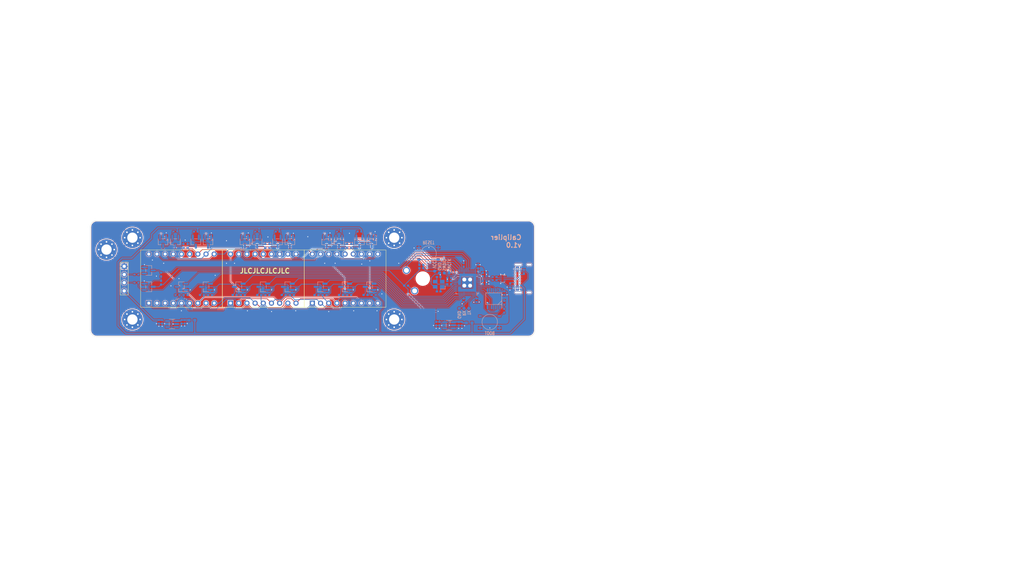
<source format=kicad_pcb>
(kicad_pcb (version 20240108) (generator "pcbnew") (generator_version "8.0")
  (layers (0 "F.Cu" signal) (31 "B.Cu" signal) (34 "B.Paste" user) (35 "F.Paste" user) (36 "B.SilkS" user "B.Silkscreen") (37 "F.SilkS" user "F.Silkscreen") (38 "B.Mask" user) (39 "F.Mask" user) (44 "Edge.Cuts" user))
  (net 0 "")
  (net 1 "Net-(U1-EN)")
  (net 2 "GND")
  (net 3 "VCC")
  (net 4 "Net-(U5-EN)")
  (net 5 "+1V8")
  (net 6 "Net-(U6-VREG_{OUT})")
  (net 7 "Net-(U6-X_{IN})")
  (net 8 "Net-(C21-Pad1)")
  (net 9 "Net-(D1-Pad6)")
  (net 10 "VBUS")
  (net 11 "Net-(J1-D-1)")
  (net 12 "Net-(D1-Pad7)")
  (net 13 "Net-(J1-D+1)")
  (net 14 "Net-(J1-CC1)")
  (net 15 "Net-(J1-CC2)")
  (net 16 "Net-(J2-Pin_3)")
  (net 17 "Net-(J2-Pin_2)")
  (net 18 "Net-(Q1-D)")
  (net 19 "Net-(Q1-G)")
  (net 20 "Net-(Q11-D)")
  (net 21 "Net-(Q2-D)")
  (net 22 "Net-(Q10-D)")
  (net 23 "Net-(Q3-D)")
  (net 24 "Net-(Q4-G)")
  (net 25 "Net-(Q4-D)")
  (net 26 "Net-(Q5-D)")
  (net 27 "Net-(Q5-G)")
  (net 28 "Net-(Q6-D)")
  (net 29 "Net-(Q6-G)")
  (net 30 "/DIGIT_{0}")
  (net 31 "/DIGIT_{1}")
  (net 32 "/DIGIT_{2}")
  (net 33 "/DIGIT_{3}")
  (net 34 "/DIGIT_{4}")
  (net 35 "/DIGIT_{5}")
  (net 36 "Net-(Q13-D)")
  (net 37 "/SEG_A")
  (net 38 "/SEG_B")
  (net 39 "Net-(Q14-D)")
  (net 40 "Net-(Q15-D)")
  (net 41 "/SEG_C")
  (net 42 "Net-(Q16-D)")
  (net 43 "/SEG_D")
  (net 44 "/SEG_E")
  (net 45 "Net-(Q17-D)")
  (net 46 "/SEG_F")
  (net 47 "Net-(Q18-D)")
  (net 48 "Net-(Q19-D)")
  (net 49 "/SEG_G")
  (net 50 "/SEG_DP")
  (net 51 "Net-(Q20-D)")
  (net 52 "Net-(Q21-B)")
  (net 53 "/CLK")
  (net 55 "/DATA")
  (net 56 "Net-(Q22-B)")
  (net 57 "Net-(U2A-DP)")
  (net 58 "Net-(U2A-G)")
  (net 59 "Net-(U2A-F)")
  (net 60 "Net-(U2A-E)")
  (net 61 "Net-(U2A-D)")
  (net 62 "Net-(U2A-C)")
  (net 63 "Net-(U2A-B)")
  (net 64 "Net-(U2A-A)")
  (net 65 "Net-(U6-RUN)")
  (net 66 "Net-(R30-Pad2)")
  (net 68 "Net-(U6-USB_{D+})")
  (net 70 "Net-(U6-USB_{D-})")
  (net 71 "Net-(U6-QSPI_{~{SS}})")
  (net 72 "Net-(U6-X_{OUT})")
  (net 73 "Net-(R39-Pad2)")
  (net 74 "Net-(R42-Pad2)")
  (net 75 "Net-(U6-P1)")
  (net 76 "Net-(U6-SWCLK)")
  (net 77 "Net-(U6-SWDIO)")
  (net 78 "Net-(U6-P0)")
  (net 80 "Net-(U6-QSPI_{SD1})")
  (net 84 "Net-(U6-QSPI_{SD0})")
  (net 85 "Net-(U6-QSPI_{CLK})")
  (net 87 "Net-(U6-QSPI_{SD3})")
  (net 89 "Net-(U6-QSPI_{SD2})")
  (net 93 "Net-(U6-P22)")
  (footprint "fp:MountingHole_3.2mm_M3_Pad_Via" (layer "F.Cu") (at -69 -9)
    (property "Reference" "M5" (hide yes))
    (property "Value" "GND")
  )
  (footprint "fp:MountingHole_3.2mm_M3_Pad_Via" (layer "F.Cu") (at -60.96 -12.69)
    (property "Reference" "M1" (hide yes))
    (property "Value" "GND")
  )
  (footprint "fp:MountingHole_3.2mm_M3_Pad_Via" (layer "F.Cu") (at 20.32 -12.69)
    (property "Reference" "M3" (hide yes))
    (property "Value" "GND")
  )
  (footprint "fp:PinHeader_1x04_P2.54mm_Vertical" (layer "F.Cu") (at -63.5 -3.8)
    (property "Reference" "J2" (hide yes))
    (property "Value" "Caliper" (hide yes))
  )
  (footprint "fp:USB_GCT_USB4085-FG-A" (layer "F.Cu") (at 64 0 90)
    (property "Reference" "J1" (hide yes))
    (property "Value" "USB-C-16")
  )
  (footprint "fp:HDSP-5x21" (layer "F.Cu") (at 5.08 0.01)
    (property "Reference" "U4" (hide yes))
    (property "Value" "HDSP-5x21" (hide yes))
  )
  (footprint "fp:HDSP-5x21" (layer "F.Cu") (at -20.32 0.01)
    (property "Reference" "U3" (hide yes))
    (property "Value" "HDSP-5x21" (hide yes))
  )
  (footprint "fp:MountingHole_3.2mm_M3_Pad_Via" (layer "F.Cu") (at 20.32 12.71)
    (property "Reference" "M4" (hide yes))
    (property "Value" "GND")
  )
  (footprint "fp:SW_Cherry_MX1A_1.00u_Plate_Centered" (layer "F.Cu") (at 29.21 0.01 90)
    (property "Reference" "SW3")
    (property "Value" "SEND")
  )
  (footprint "fp:HDSP-5x21" (layer "F.Cu") (at -45.72 0.01)
    (property "Reference" "U2" (hide yes))
    (property "Value" "HDSP-5x21" (hide yes))
  )
  (footprint "fp:MountingHole_3.2mm_M3_Pad_Via" (layer "F.Cu") (at -60.96 12.71)
    (property "Reference" "M2" (hide yes))
    (property "Value" "GND")
  )
  (footprint "fp:SW_CK_PTS526_SM15" (layer "B.Cu") (at 50 13.5 180)
    (property "Reference" "SW2" (hide yes))
    (property "Value" "BOOT")
  )
  (footprint "fp:TestPoint" (layer "B.Cu") (at 40.5 9.25 180)
    (property "Reference" "tGND1" (hide yes))
    (property "Value" "GND")
  )
  (footprint "fp:R_0402" (layer "B.Cu") (at -19.685 -10.15 90)
    (property "Reference" "R25" (hide yes))
    (property "Value" "1K")
  )
  (footprint "fp:SOT-23" (layer "B.Cu") (at 9.525 -11.43 -90)
    (property "Reference" "Q1")
    (property "Value" "BSS84")
  )
  (footprint "fp:SOT-23" (layer "B.Cu") (at -37.465 -11.43 -90)
    (property "Reference" "Q8")
    (property "Value" "2N7002")
  )
  (footprint "fp:C_0402" (layer "B.Cu") (at 37.4 -0.24 180)
    (property "Reference" "C18" (hide yes))
    (property "Value" "0.1")
  )
  (footprint "fp:R_0402" (layer "B.Cu") (at -18.415 -10.15 90)
    (property "Reference" "R26" (hide yes))
    (property "Value" "1K")
  )
  (footprint "fp:R_0402" (layer "B.Cu") (at -44.45 5.09 180)
    (property "Reference" "R7" (hide yes))
    (property "Value" "1K")
  )
  (footprint "fp:SOT-23" (layer "B.Cu") (at -38.1 2.55 180)
    (property "Reference" "Q19")
    (property "Value" "2N7002")
  )
  (footprint "fp:R_0402" (layer "B.Cu") (at 28.75 -4.25 180)
    (property "Reference" "R30" (hide yes))
    (property "Value" "1K")
  )
  (footprint "fp:SOT-23" (layer "B.Cu") (at -47.625 -11.43 -90)
    (property "Reference" "Q6")
    (property "Value" "BSS84")
  )
  (footprint "fp:SOT-23-5" (layer "B.Cu") (at -48.649 14.107 180)
    (property "Reference" "U5")
    (property "Value" "MIC5504-1.8YM5")
  )
  (footprint "fp:L_0603" (layer "B.Cu") (at -42.470001 12.9125 180)
    (property "Reference" "FB2" (hide yes))
    (property "Value" "PE-0603FB121ST")
  )
  (footprint "fp:R_0402" (layer "B.Cu") (at -52.07 1.28 90)
    (property "Reference" "R35" (hide yes))
    (property "Value" "1K")
  )
  (footprint "fp:R_0402" (layer "B.Cu") (at 3.175 -14.605 180)
    (property "Reference" "R5" (hide yes))
    (property "Value" "1K")
  )
  (footprint "fp:R_0402" (layer "B.Cu") (at 9.525 -14.605 180)
    (property "Reference" "R6" (hide yes))
    (property "Value" "1K")
  )
  (footprint "fp:R_0402" (layer "B.Cu") (at -43.815 -10.16 90)
    (property "Reference" "R24" (hide yes))
    (property "Value" "1K")
  )
  (footprint "fp:R_0402" (layer "B.Cu") (at 6.985 -10.15 90)
    (property "Reference" "R28" (hide yes))
    (property "Value" "1K")
  )
  (footprint "fp:RH100-12.000-12-1010-X-TR-NS2" (layer "B.Cu") (at 34.149999 1.75 180)
    (property "Reference" "X1" (hide yes))
    (property "Value" "RH100-12.000-12-1010-X-TR-NS2")
  )
  (footprint "fp:SOT-23" (layer "B.Cu") (at -12.7 2.55 180)
    (property "Reference" "Q16")
    (property "Value" "2N7002")
  )
  (footprint "fp:SOT-23" (layer "B.Cu") (at 13.335 -11.43 -90)
    (property "Reference" "Q12")
    (property "Value" "2N7002")
  )
  (footprint "fp:R_0402" (layer "B.Cu") (at -41.275 -14.605 180)
    (property "Reference" "R2" (hide yes))
    (property "Value" "1K")
  )
  (footprint "fp:R_0402" (layer "B.Cu") (at 28.75 -3.25)
    (property "Reference" "R29" (hide yes))
    (property "Value" "10K")
  )
  (footprint "fp:R_0402" (layer "B.Cu") (at 37.399999 1.75 180)
    (property "Reference" "R38" (hide yes))
    (property "Value" "1K")
  )
  (footprint "fp:R_0402" (layer "B.Cu") (at -47.625 -14.605 180)
    (property "Reference" "R1" (hide yes))
    (property "Value" "1K")
  )
  (footprint "fp:C_0402" (layer "B.Cu") (at 41.9 6.75 -90)
    (property "Reference" "C13" (hide yes))
    (property "Value" "0.1")
  )
  (footprint "fp:SOT-23" (layer "B.Cu") (at -12.065 -11.43 -90)
    (property "Reference" "Q10")
    (property "Value" "2N7002")
  )
  (footprint "fp:SOT-23" (layer "B.Cu") (at -41.275 -11.43 -90)
    (property "Reference" "Q5")
    (property "Value" "BSS84")
  )
  (footprint "fp:R_0402" (layer "B.Cu") (at -15.875 -14.605 180)
    (property "Reference" "R4" (hide yes))
    (property "Value" "1K")
  )
  (footprint "fp:R_0402" (layer "B.Cu") (at -22.225 -14.605 180)
    (property "Reference" "R3" (hide yes))
    (property "Value" "1K")
  )
  (footprint "fp:R_0402" (layer "B.Cu") (at -1.27 5.09 180)
    (property "Reference" "R12" (hide yes))
    (property "Value" "1K")
  )
  (footprint "fp:SOT-23" (layer "B.Cu") (at -15.875 -11.43 -90)
    (property "Reference" "Q3")
    (property "Value" "BSS84")
  )
  (footprint "fp:C_0402" (layer "B.Cu") (at 40.368358 14 -90)
    (property "Reference" "C2" (hide yes))
    (property "Value" "0.1")
  )
  (footprint "fp:R_0402" (layer "B.Cu") (at 5.715 -10.16 90)
    (property "Reference" "R27" (hide yes))
    (property "Value" "1K")
  )
  (footprint "fp:SOP-8-4.9x3.9-P1.27" (layer "B.Cu") (at 51.25 6.25 180)
    (property "Reference" "U7" (hide yes))
    (property "Value" "ZD25Q80CT")
  )
  (footprint "fp:L_0603" (layer "B.Cu") (at 43.618358 13.75 180)
    (property "Reference" "FB1" (hide yes))
    (property "Value" "PE-0603FB121ST")
  )
  (footprint "fp:C_0402" (layer "B.Cu") (at 41.899999 -4.25 90)
    (property "Reference" "C15" (hide yes))
    (property "Value" "0.1")
  )
  (footprint "fp:SOT-23" (layer "B.Cu") (at -26.035 -11.43 -90)
    (property "Reference" "Q9")
    (property "Value" "2N7002")
  )
  (footprint "fp:R_0402" (layer "B.Cu") (at -46.99 5.09 180)
    (property "Reference" "R15" (hide yes))
    (property "Value" "150")
  )
  (footprint "fp:SOT-23" (layer "B.Cu") (at -0.635 -11.43 -90)
    (property "Reference" "Q11")
    (property "Value" "2N7002")
  )
  (footprint "fp:R_0402" (layer "B.Cu") (at 24.03 2.19)
    (property "Reference" "R42" (hide yes))
    (property "Value" "100")
  )
  (footprint "fp:R_0402" (layer "B.Cu") (at 54.5 10 -90)
    (property "Reference" "R39" (hide yes))
    (property "Value" "1K")
  )
  (footprint "fp:R_0402" (layer "B.Cu") (at -36.83 5.09 180)
    (property "Reference" "R8" (hide yes))
    (property "Value" "1K")
  )
  (footprint "fp:SOT-23" (layer "B.Cu") (at -2.54 2.55 180)
    (property "Reference" "Q15")
    (property "Value" "2N7002")
  )
  (footprint "fp:C_0402" (layer "B.Cu") (at -45.72 13.4125 -90)
    (property "Reference" "C6" (hide yes))
    (property "Value" "0.1")
  )
  (footprint "fp:C_0402" (layer "B.Cu") (at 48.4 0.79)
    (property "Reference" "C12" (hide yes))
    (property "Value" "0.1")
  )
  (footprint "fp:R_0402" (layer "B.Cu") (at 60.6 -2.1 90)
    (property "Reference" "R33" (hide yes))
    (property "Value" "5.1K")
  )
  (footprint "fp:R_0402" (layer "B.Cu") (at -19.05 5.09 180)
    (property "Reference" "R10" (hide yes))
    (property "Value" "1K")
  )
  (footprint "fp:C_0402" (layer "B.Cu") (at 45.899999 6.75 -90)
    (property "Reference" "C11" (hide yes))
    (property "Value" "0.1")
  )
  (footprint "fp:TestPoint" (layer "B.Cu") (at 37.399999 -1.75 90)
    (property "Reference" "tSWCLK1" (hide yes))
    (property "Value" "SWCLK")
  )
  (footprint "fp:R_0402" (layer "B.Cu") (at -59.69 -1.26)
    (property "Reference" "R41" (hide yes))
    (property "Value" "1K")
  )
  (footprint "fp:SOT-23" (layer "B.Cu") (at -45.72 2.55 180)
    (property "Reference" "Q20")
    (property "Value" "2N7002")
  )
  (footprint "fp:C_0402" (layer "B.Cu") (at 48.399999 1.75)
    (property "Reference" "C17" (hide yes))
    (property "Value" "0.1")
  )
  (footprint "fp:C_0402" (layer "B.Cu") (at -44.72 13.4125 -90)
    (property "Reference" "C5" (hide yes))
    (property "Value" "1")
  )
  (footprint "fp:C_0402" (layer "B.Cu") (at -52.72 13.412499 -90)
    (property "Reference" "C8" (hide yes))
    (property "Value" "1")
  )
  (footprint "fp:SOT-23" (layer "B.Cu") (at -27.94 2.55 180)
    (property "Reference" "Q18")
    (property "Value" "2N7002")
  )
  (footprint "fp:R_0402" (layer "B.Cu") (at 56.32 2.1 -90)
    (property "Reference" "R32" (hide yes))
    (property "Value" "5.1K")
  )
  (footprint "fp:SOT-23" (layer "B.Cu") (at 12.7 2.55 180)
    (property "Reference" "Q13")
    (property "Value" "2N7002")
  )
  (footprint "fp:TestPoint" (layer "B.Cu") (at 32.899999 -2.3 90)
    (property "Reference" "tRUN1" (hide yes))
    (property "Value" "VCC")
  )
  (footprint "fp:SOT-23" (layer "B.Cu") (at -22.225 -11.43 -90)
    (property "Reference" "Q4")
    (property "Value" "BSS84")
  )
  (footprint "fp:R_0402" (layer "B.Cu") (at -3.81 5.09 180)
    (property "Reference" "R20" (hide yes))
    (property "Value" "150")
  )
  (footprint "fp:C_0402" (layer "B.Cu") (at 54.5 4.5 -90)
    (property "Reference" "C19" (hide yes))
    (property "Value" "0.1")
  )
  (footprint "fp:C_0402" (layer "B.Cu") (at 34.149999 -0.5)
    (property "Reference" "C21" (hide yes))
    (property "Value" "14p")
  )
  (footprint "fp:R_0402" (layer "B.Cu") (at 54.5 7.5 -90)
    (property "Reference" "R37" (hide yes))
    (property "Value" "10K")
  )
  (footprint "fp:TestPoint" (layer "B.Cu") (at 34.399999 -1.75 90)
    (property "Reference" "tGND2" (hide yes))
    (property "Value" "GND")
  )
  (footprint "fp:R_0402" (layer "B.Cu") (at 51.5 0.5)
    (property "Reference" "R31" (hide yes))
    (property "Value" "27.4")
  )
  (footprint "fp:R_0402" (layer "B.Cu") (at -11.43 5.09 180)
    (property "Reference" "R11" (hide yes))
    (property "Value" "1K")
  )
  (footprint "fp:C_0402" (layer "B.Cu") (at -51.719999 13.4125 -90)
    (property "Reference" "C7" (hide yes))
    (property "Value" "0.1")
  )
  (footprint "fp:SOT-23" (layer "B.Cu") (at -55.88 -2.53)
    (property "Reference" "Q22")
    (property "Value" "MMBT3904")
  )
  (footprint "fp:C_0402" (layer "B.Cu") (at 46.399999 -3.75 90)
    (property "Reference" "C14" (hide yes))
    (property "Value" "0.1")
  )
  (footprint "fp:R_0402" (layer "B.Cu") (at -13.97 5.09 180)
    (property "Reference" "R19" (hide yes))
    (property "Value" "150")
  )
  (footprint "fp:R_0402" (layer "B.Cu") (at -29.21 5.09 180)
    (property "Reference" "R17" (hide yes))
    (property "Value" "150")
  )
  (footprint "fp:R_0402" (layer "B.Cu") (at -59.69 1.28)
    (property "Reference" "R36" (hide yes))
    (property "Value" "1K")
  )
  (footprint "fp:SW_CK_PTS526_SM15" (layer "B.Cu") (at 31 -7.75)
    (property "Reference" "SW1" (hide yes))
    (property "Value" "RESET")
  )
  (footprint "fp:C_0402" (layer "B.Cu") (at 41.368358 14 -90)
    (property "Reference" "C1" (hide yes))
    (property "Value" "1")
  )
  (footprint "fp:TestPoint" (layer "B.Cu") (at 43.5 9.25 180)
    (property "Reference" "tTX1" (hide yes))
    (property "Value" "TX")
  )
  (footprint "fp:C_0402" (layer "B.Cu") (at 34.368358 14 -90)
    (property "Reference" "C3" (hide yes))
    (property "Value" "0.1")
  )
  (footprint "fp:R_0402" (layer "B.Cu") (at -26.67 5.09 180)
    (property "Reference" "R9" (hide yes))
    (property "Value" "1K")
  )
  (footprint "fp:R_0402" (layer "B.Cu") (at 51.5 -0.5 180)
    (property "Reference" "R34" (hide yes))
    (property "Value" "27.4")
  )
  (footprint "fp:C_0402" (layer "B.Cu") (at 37.399999 0.75 180)
    (property "Reference" "C10" (hide yes))
    (property "Value" "0.1")
  )
  (footprint "fp:R_0402" (layer "B.Cu") (at 11.43 5.09 180)
    (property "Reference" "R22" (hide yes))
    (property "Value" "150")
  )
  (footprint "fp:C_0402" (layer "B.Cu") (at 48.399999 -1.75)
    (property "Reference" "C9" (hide yes))
    (property "Value" "1")
  )
  (footprint "fp:QFN-56-EP-7x7-P0.4" (layer "B.Cu") (at 43 1.25 90)
    (property "Reference" "U6" (hide yes))
    (property "Value" "RP2040")
  )
  (footprint "fp:SOT-23" (layer "B.Cu") (at 5.08 2.55 180)
    (property "Reference" "Q14")
    (property "Value" "2N7002")
  )
  (footprint "fp:C_0402" (layer "B.Cu") (at 48.399999 -0.75)
    (property "Reference" "C16" (hide yes))
    (property "Value" "1")
  )
  (footprint "fp:TestPoint" (layer "B.Cu") (at 42 9.25 180)
    (property "Reference" "tRX1" (hide yes))
    (property "Value" "RX")
  )
  (footprint "fp:R_0402" (layer "B.Cu") (at -52.07 -1.26 -90)
    (property "Reference" "R40" (hide yes))
    (property "Value" "1K")
  )
  (footprint "fp:SOT-23" (layer "B.Cu") (at -51.435 -11.43 -90)
    (property "Reference" "Q7")
    (property "Value" "2N7002")
  )
  (footprint "fp:TestPoint" (layer "B.Cu") (at 35.899999 -1.75 90)
    (property "Reference" "tSWDIO1" (hide yes))
    (property "Value" "SWDIO")
  )
  (footprint "fp:SOT-23" (layer "B.Cu") (at -20.32 2.55 180)
    (property "Reference" "Q17")
    (property "Value" "2N7002")
  )
  (footprint "fp:SOT-23-5" (layer "B.Cu") (at 37.368358 14.5 180)
    (property "Reference" "U1")
    (property "Value" "MIC5504-3.3YM5")
  )
  (footprint "fp:R_0402" (layer "B.Cu") (at -21.59 5.09 180)
    (property "Reference" "R18" (hide yes))
    (property "Value" "150")
  )
  (footprint "fp:R_0402" (layer "B.Cu") (at -45.085 -10.16 90)
    (property "Reference" "R23" (hide yes))
    (property "Value" "1K")
  )
  (footprint "fp:SOT-23" (layer "B.Cu") (at -55.88 2.55)
    (property "Reference" "Q21")
    (property "Value" "MMBT3904")
  )
  (footprint "fp:R_0402" (layer "B.Cu") (at 13.97 5.09 180)
    (property "Reference" "R14" (hide yes))
    (property "Value" "1K")
  )
  (footprint "fp:R_0402" (layer "B.Cu") (at 3.81 5.09 180)
    (property "Reference" "R21" (hide yes))
    (property "Value" "150")
  )
  (footprint "fp:SOT-23" (layer "B.Cu") (at 3.175 -11.43 -90)
    (property "Reference" "Q2")
    (property "Value" "BSS84")
  )
  (footprint "fp:R_0402" (layer "B.Cu") (at -39.37 5.09 180)
    (property "Reference" "R16" (hide yes))
    (property "Value" "150")
  )
  (footprint "fp:C_0402" (layer "B.Cu") (at 33.368358 14 -90)
    (property "Reference" "C4" (hide yes))
    (property "Value" "1")
  )
  (footprint "fp:DFN-8-2.5x1.2-P0.45" (layer "B.Cu") (at 54 0 -90)
    (property "Reference" "D1" (hide yes))
    (property "Value" "ECMF02-4CMX8")
  )
  (footprint "fp:C_0402" (layer "B.Cu") (at 34.149999 4 180)
    (property "Reference" "C20" (hide yes))
    (property "Value" "14p")
  )
  (footprint "fp:R_0402" (layer "B.Cu") (at 6.35 5.09 180)
    (property "Reference" "R13" (hide yes))
    (property "Value" "1K")
  )
  (gr_line (start -72 -18) (end 62 -18) (stroke (width 0.1)) (layer "Edge.Cuts"))
  (gr_line (start 64 -16) (end 64 16) (stroke (width 0.1)) (layer "Edge.Cuts"))
  (gr_arc (start 64 16) (mid 63.414214 17.414214) (end 62 18) (stroke (width 0.1)) (layer "Edge.Cuts"))
  (gr_arc (start -72 18) (mid -73.414214 17.414214) (end -74 16) (stroke (width 0.1)) (layer "Edge.Cuts"))
  (gr_arc (start -74 -16) (mid -73.414214 -17.414214) (end -72 -18) (stroke (width 0.1)) (layer "Edge.Cuts"))
  (gr_line (start -74 16) (end -74 -16) (stroke (width 0.1)) (layer "Edge.Cuts"))
  (gr_arc (start 62 -18) (mid 63.414214 -17.414214) (end 64 -16) (stroke (width 0.1)) (layer "Edge.Cuts"))
  (gr_line (start 62 18) (end -72 18) (stroke (width 0.1)) (layer "Edge.Cuts"))
  (gr_text "Caliplier\nv1.0" (at 60 -9.5 0) (layer "B.SilkS") (effects (font (size 1.5 1.5) (thickness 0.3) (bold yes)) (justify left bottom mirror)))
  (gr_text "JLCJLCJLCJLC" (at -27.75 -1.5 -0) (layer "F.SilkS") (effects (font (size 1.5 1.5) (thickness 0.3) (bold yes)) (justify left bottom)))
  (segment (start 42.743359 13.75) (end 41.685858 13.75) (width 0.508) (layer "B.Cu") (net 1))
  (segment (start 41.685858 13.75) (end 41.368358 13.4325) (width 0.2032) (layer "B.Cu") (net 1))
  (segment (start 36.9 14.78) (end 36.9 14.27) (width 0.2032) (layer "B.Cu") (net 1))
  (segment (start 41.368358 13.4325) (end 40.368358 13.4325) (width 0.508) (layer "B.Cu") (net 1))
  (segment (start 37.67 13.5) (end 38.668358 13.5) (width 0.2032) (layer "B.Cu") (net 1))
  (segment (start 38.718358 15.45) (end 37.57 15.45) (width 0.2032) (layer "B.Cu") (net 1))
  (segment (start 38.835858 13.4325) (end 38.718358 13.55) (width 0.1524) (layer "B.Cu") (net 1))
  (segment (start 37.57 15.45) (end 36.9 14.78) (width 0.2032) (layer "B.Cu") (net 1))
  (segment (start 36.9 14.27) (end 37.67 13.5) (width 0.2032) (layer "B.Cu") (net 1))
  (segment (start 40.368358 13.4325) (end 38.835858 13.4325) (width 0.508) (layer "B.Cu") (net 1))
  (segment (start 38.668358 13.5) (end 38.718358 13.55) (width 0.1524) (layer "B.Cu") (net 1))
  (via (at -36.44 -14.17) (size 0.56) (drill 0.3) (layers "F.Cu" "B.Cu") (net 2))
  (via (at -54.75 -5.75) (size 0.56) (drill 0.3) (layers "F.Cu" "B.Cu") (net 2))
  (via (at 12.75 -5.5) (size 0.56) (drill 0.3) (layers "F.Cu" "B.Cu") (net 2))
  (via (at 0 3.5) (size 0.56) (drill 0.3) (layers "F.Cu" "B.Cu") (net 2))
  (via (at 53.4 -1.34) (size 0.56) (drill 0.3) (layers "F.Cu" "B.Cu") (net 2))
  (via (at -53.5 -0.75) (size 0.56) (drill 0.3) (layers "F.Cu" "B.Cu") (net 2))
  (via (at 41.9 -5.5) (size 0.56) (drill 0.3) (layers "F.Cu" "B.Cu") (net 2))
  (via (at 14.75 15.75) (size 0.56) (drill 0.3) (layers "F.Cu" "B.Cu") (net 2))
  (via (at 42.1 0.3) (size 1.5) (drill 1.2) (layers "F.Cu" "B.Cu") (net 2))
  (via (at 55.38 5.03) (size 0.56) (drill 0.3) (layers "F.Cu" "B.Cu") (net 2))
  (via (at -10.25 10) (size 0.56) (drill 0.3) (layers "F.Cu" "B.Cu") (net 2))
  (via (at 53.84 5.04) (size 0.56) (drill 0.3) (layers "F.Cu" "B.Cu") (net 2))
  (via (at -25.25 10) (size 0.56) (drill 0.3) (layers "F.Cu" "B.Cu") (net 2))
  (via (at 0 10.25) (size 0.56) (drill 0.3) (layers "F.Cu" "B.Cu") (net 2))
  (via (at 21.75 -4.75) (size 0.56) (drill 0.3) (layers "F.Cu" "B.Cu") (net 2))
  (via (at -48.35 14.11) (size 0.56) (drill 0.3) (layers "F.Cu" "B.Cu") (net 2))
  (via (at -29.25 -4.75) (size 0.56) (drill 0.3) (layers "F.Cu" "B.Cu") (net 2))
  (via (at 2 -4.75) (size 0.56) (drill 0.3) (layers "F.Cu" "B.Cu") (net 2))
  (via (at -17.75 3.5) (size 0.56) (drill 0.3) (layers "F.Cu" "B.Cu") (net 2))
  (via (at 41.42 7.82) (size 0.56) (drill 0.3) (layers "F.Cu" "B.Cu") (net 2))
  (via (at -44.72 14.73) (size 0.56) (drill 0.3) (layers "F.Cu" "B.Cu") (net 2))
  (via (at -51.25 -4.75) (size 0.56) (drill 0.3) (layers "F.Cu" "B.Cu") (net 2))
  (via (at 49 1.2) (size 0.56) (drill 0.3) (layers "F.Cu" "B.Cu") (net 2))
  (via (at -50.44 -14.22) (size 0.56) (drill 0.3) (layers "F.Cu" "B.Cu") (net 2))
  (via (at -6.5 -13) (size 0.56) (drill 0.3) (layers "F.Cu" "B.Cu") (net 2))
  (via (at 53.4 1.54) (size 0.56) (drill 0.3) (layers "F.Cu" "B.Cu") (net 2))
  (via (at 6.43 -14.06) (size 0.56) (drill 0.3) (layers "F.Cu" "B.Cu") (net 2))
  (via (at -49 2.25) (size 0.56) (drill 0.3) (layers "F.Cu" "B.Cu") (net 2))
  (via (at 42.1 2.2) (size 1.5) (drill 1.2) (layers "F.Cu" "B.Cu") (net 2))
  (via (at 32.53 14.55) (size 0.56) (drill 0.3) (layers "F.Cu" "B.Cu") (net 2))
  (via (at 7.62 3.5) (size 0.56) (drill 0.3) (layers "F.Cu" "B.Cu") (net 2))
  (via (at -10.25 3.5) (size 0.56) (drill 0.3) (layers "F.Cu" "B.Cu") (net 2))
  (via (at -53.5 14.01) (size 0.56) (drill 0.3) (layers "F.Cu" "B.Cu") (net 2))
  (via (at -25.25 3.5) (size 0.56) (drill 0.3) (layers "F.Cu" "B.Cu") (net 2))
  (via (at -50.95 14.01) (size 0.56) (drill 0.3) (layers "F.Cu" "B.Cu") (net 2))
  (via (at 7.75 10) (size 0.56) (drill 0.3) (layers "F.Cu" "B.Cu") (net 2))
  (via (at 16.5 4.75) (size 0.56) (drill 0.3) (layers "F.Cu" "B.Cu") (net 2))
  (via (at 56.27 3.57) (size 0.56) (drill 0.3) (layers "F.Cu" "B.Cu") (net 2))
  (via (at -46.5 0) (size 0.56) (drill 0.3) (layers "F.Cu" "B.Cu") (net 2))
  (via (at -52.75 14.8) (size 0.56) (drill 0.3) (layers "F.Cu" "B.Cu") (net 2))
  (via (at -45.72 14.73) (size 0.56) (drill 0.3) (layers "F.Cu" "B.Cu") (net 2))
  (via (at -43 3.5) (size 0.56) (drill 0.3) (layers "F.Cu" "B.Cu") (net 2))
  (via (at 50.03 15.33) (size 0.56) (drill 0.3) (layers "F.Cu" "B.Cu") (net 2))
  (via (at 36.832499 0.2) (size 0.56) (drill 0.3) (layers "F.Cu" "B.Cu") (net 2))
  (via (at 10.25 -4.5) (size 0.56) (drill 0.3) (layers "F.Cu" "B.Cu") (net 2))
  (via (at -31.75 -4.75) (size 0.56) (drill 0.3) (layers "F.Cu" "B.Cu") (net 2))
  (via (at 41.36 15.46) (size 0.56) (drill 0.3) (layers "F.Cu" "B.Cu") (net 2))
  (via (at 34.36 15.43) (size 0.56) (drill 0.3) (layers "F.Cu" "B.Cu") (net 2))
  (via (at 15 10) (size 0.56) (drill 0.3) (layers "F.Cu" "B.Cu") (net 2))
  (via (at 37.47 14.5) (size 0.56) (drill 0.3) (layers "F.Cu" "B.Cu") (net 2))
  (via (at 55.4 2.65) (size 0.56) (drill 0.3) (layers "F.Cu" "B.Cu") (net 2))
  (via (at 15.25 3.5) (size 0.56) (drill 0.3) (layers "F.Cu" "B.Cu") (net 2))
  (via (at -57.22 -4.33) (size 0.56) (drill 0.3) (layers "F.Cu" "B.Cu") (net 2))
  (via (at 48.9 -2.4) (size 0.56) (drill 0.3) (layers "F.Cu" "B.Cu") (net 2))
  (via (at 43.9 2.2) (size 1.5) (drill 1.2) (layers "F.Cu" "B.Cu") (net 2))
  (via (at 47 -4.3) (size 0.56) (drill 0.3) (layers "F.Cu" "B.Cu") (net 2))
  (via (at 49 -1.3) (size 0.56) (drill 0.3) (layers "F.Cu" "B.Cu") (net 2))
  (via (at -18.88 -12.93) (size 0.56) (drill 0.3) (layers "F.Cu" "B.Cu") (net 2))
  (via (at 49.8 -0.7) (size 0.56) (drill 0.3) (layers "F.Cu" "B.Cu") (net 2))
  (via (at 34.64 -1.18) (size 0.56) (drill 0.3) (layers "F.Cu" "B.Cu") (net 2))
  (via (at -24.98 -14.17) (size 0.56) (drill 0.3) (layers "F.Cu" "B.Cu") (net 2))
  (via (at 0.39 -14.16) (size 0.56) (drill 0.3) (layers "F.Cu" "B.Cu") (net 2))
  (via (at -43.94 13.97) (size 0.56) (drill 0.3) (layers "F.Cu" "B.Cu") (net 2))
  (via (at 45.7 -4.3) (size 0.56) (drill 0.3) (layers "F.Cu" "B.Cu") (net 2))
  (via (at 26.5 -9.5) (size 0.56) (drill 0.3) (layers "F.Cu" "B.Cu") (net 2))
  (via (at 46.71 7.28) (size 0.56) (drill 0.3) (layers "F.Cu" "B.Cu") (net 2))
  (via (at -51.71 14.81) (size 0.56) (drill 0.3) (layers "F.Cu" "B.Cu") (net 2))
  (via (at -17.75 10.25) (size 0.56) (drill 0.3) (layers "F.Cu" "B.Cu") (net 2))
  (via (at -35.5 3.5) (size 0.56) (drill 0.3) (layers "F.Cu" "B.Cu") (net 2))
  (via (at -44.56 -11.97) (size 0.56) (drill 0.3) (layers "F.Cu" "B.Cu") (net 2))
  (via (at -57.26 0.72) (size 0.56) (drill 0.3) (layers "F.Cu" "B.Cu") (net 2))
  (via (at 40.33 15.45) (size 0.56) (drill 0.3) (layers "F.Cu" "B.Cu") (net 2))
  (via (at -1.25 -4.75) (size 0.56) (drill 0.3) (layers "F.Cu" "B.Cu") (net 2))
  (via (at 33.36 15.45) (size 0.56) (drill 0.3) (layers "F.Cu" "B.Cu") (net 2))
  (via (at -45.75 10) (size 0.56) (drill 0.3) (layers "F.Cu" "B.Cu") (net 2))
  (via (at 42.18 14.65) (size 0.56) (drill 0.3) (layers "F.Cu" "B.Cu") (net 2))
  (via (at 49.25 7.5) (size 0.56) (drill 0.3) (layers "F.Cu" "B.Cu") (net 2))
  (via (at 35.09 14.56) (size 0.56) (drill 0.3) (layers "F.Cu" "B.Cu") (net 2))
  (via (at 14.4 -14.56) (size 0.56) (drill 0.3) (layers "F.Cu" "B.Cu") (net 2))
  (via (at 45.05 7.34) (size 0.56) (drill 0.3) (layers "F.Cu" "B.Cu") (net 2))
  (via (at 49.7 0.8) (size 0.56) (drill 0.3) (layers "F.Cu" "B.Cu") (net 2))
  (via (at -31.75 -11.75) (size 0.56) (drill 0.3) (layers "F.Cu" "B.Cu") (net 2))
  (via (at 49.7 1.7) (size 0.56) (drill 0.3) (layers "F.Cu" "B.Cu") (net 2))
  (via (at 54.6 -1.38) (size 0.56) (drill 0.3) (layers "F.Cu" "B.Cu") (net 2))
  (via (at -10.97 -14.06) (size 0.56) (drill 0.3) (layers "F.Cu" "B.Cu") (net 2))
  (via (at 31.11 -9.63) (size 0.56) (drill 0.3) (layers "F.Cu" "B.Cu") (net 2))
  (via (at -35.25 -1) (size 0.56) (drill 0.3) (layers "F.Cu" "B.Cu") (net 2))
  (via (at 43.9 0.3) (size 1.5) (drill 1.2) (layers "F.Cu" "B.Cu") (net 2))
  (segment (start -50.98 13.98) (end -50.95 14.01) (width 0.2032) (layer "B.Cu") (net 2))
  (segment (start -50.485 -14.175) (end -50.44 -14.22) (width 0.2032) (layer "B.Cu") (net 2))
  (segment (start -45.847 14.107) (end -45.72 13.98) (width 0.2032) (layer "B.Cu") (net 2))
  (segment (start 34.717499 -0.5) (end 34.717499 0.4175) (width 0.2032) (layer "B.Cu") (net 2))
  (segment (start 41.899999 -5.499999) (end 41.9 -5.5) (width 0.2032) (layer "B.Cu") (net 2))
  (segment (start 33.582499 3.0825) (end 33.049999 2.55) (width 0.2032) (layer "B.Cu") (net 2))
  (segment (start -35.5 3.5) (end -36.75 3.5) (width 0.2032) (layer "B.Cu") (net 2))
  (segment (start -48.347 14.107) (end -48.35 14.11) (width 0.2032) (layer "B.Cu") (net 2))
  (segment (start 54.6 -0.75) (end 54.6 -1.38) (width 0.2032) (layer "B.Cu") (net 2))
  (segment (start 56.32 2.6975) (end 55.4475 2.6975) (width 0.2032) (layer "B.Cu") (net 2))
  (segment (start -57.26 0.72) (end -57.26 1.57) (width 0.2032) (layer "B.Cu") (net 2))
  (segment (start 48.9675 0.79) (end 48.9675 1.1675) (width 0.2032) (layer "B.Cu") (net 2))
  (segment (start 46.399999 -4.3175) (end 45.7175 -4.3175) (width 0.2032) (layer "B.Cu") (net 2))
  (segment (start 7.62 3.5) (end 6.43 3.5) (width 0.2032) (layer "B.Cu") (net 2))
  (segment (start 34.049999 -1.4) (end 34.399999 -1.75) (width 0.2032) (layer "B.Cu") (net 2))
  (segment (start 34.717499 -1.102501) (end 34.717499 -0.5) (width 0.2032) (layer "B.Cu") (net 2))
  (segment (start 41.42 7.82) (end 41.42 7.7975) (width 0.1524) (layer "B.Cu") (net 2))
  (segment (start -52.72 13.979999) (end -53.469999 13.979999) (width 0.2032) (layer "B.Cu") (net 2))
  (segment (start 39.5 2.25) (end 42.05 2.25) (width 0.2032) (layer "B.Cu") (net 2))
  (segment (start 49.65 1.75) (end 48.967499 1.75) (width 0.2032) (layer "B.Cu") (net 2))
  (segment (start -25.085 -14.065) (end -24.98 -14.17) (width 0.2032) (layer "B.Cu") (net 2))
  (segment (start 45.0725 7.3175) (end 45.05 7.34) (width 0.1524) (layer "B.Cu") (net 2))
  (segment (start -47.299 14.107) (end -48.347 14.107) (width 0.2032) (layer "B.Cu") (net 2))
  (segment (start -44.72 13.98) (end -44.72 14.73) (width 0.2032) (layer "B.Cu") (net 2))
  (segment (start 0.39 -12.855) (end 0.39 -14.16) (width 0.2032) (layer "B.Cu") (net 2))
  (segment (start 53.4 1.54) (end 53.42 1.56) (width 0.2032) (layer "B.Cu") (net 2))
  (segment (start -52.72 14.77) (end -52.75 14.8) (width 0.2032) (layer "B.Cu") (net 2))
  (segment (start 14.285 -14.445) (end 14.4 -14.56) (width 0.2032) (layer "B.Cu") (net 2))
  (segment (start 15.25 3.5) (end 14.05 3.5) (width 0.2032) (layer "B.Cu") (net 2))
  (segment (start -11.115 -13.915) (end -10.97 -14.06) (width 0.2032) (layer "B.Cu") (net 2))
  (segment (start 50.01 15.35) (end 50.03 15.33) (width 0.1524) (layer "B.Cu") (net 2))
  (segment (start 45.899999 7.3175) (end 45.0725 7.3175) (width 0.1524) (layer "B.Cu") (net 2))
  (segment (start 49.69 0.79) (end 49.7 0.8) (width 0.2032) (layer "B.Cu") (net 2))
  (segment (start -51.719999 13.98) (end -51.719999 14.800001) (width 0.2032) (layer "B.Cu") (net 2))
  (segment (start -45.72 13.98) (end -45.72 14.73) (width 0.2032) (layer "B.Cu") (net 2))
  (segment (start 41.42 7.82) (end 41.42 8.33) (width 0.2032) (layer "B.Cu") (net 2))
  (segment (start 48.9675 0.79) (end 49.69 0.79) (width 0.2032) (layer "B.Cu") (net 2))
  (segment (start 48.967499 -1.75) (end 48.967499 -2.332501) (width 0.2032) (layer "B.Cu") (net 2))
  (segment (start 28 -9.6) (end 31.08 -9.6) (width 0.2032) (layer "B.Cu") (net 2))
  (segment (start 49.75 -0.75) (end 49.8 -0.7) (width 0.2032) (layer "B.Cu") (net 2))
  (segment (start 49.7 1.7) (end 49.65 1.75) (width 0.2032) (layer "B.Cu") (net 2))
  (segment (start 34.399999 -1.420001) (end 34.399999 -1.75) (width 0.2032) (layer "B.Cu") (net 2))
  (segment (start 47 15.35) (end 50.01 15.35) (width 0.2032) (layer "B.Cu") (net 2))
  (segment (start -25.085 -12.78) (end -25.085 -14.065) (width 0.2032) (layer "B.Cu") (net 2))
  (segment (start 38.718358 14.5) (end 37.47 14.5) (width 0.2032) (layer "B.Cu") (net 2))
  (segment (start 31.8 1.7) (end 31.8 -0.2) (width 0.2032) (layer "B.Cu") (net 2))
  (segment (start 31.8 -0.2) (end 33 -1.4) (width 0.2032) (layer "B.Cu") (net 2))
  (segment (start 45.899999 7.3175) (end 46.6725 7.3175) (width 0.1524) (layer "B.Cu") (net 2))
  (segment (start 46.399999 -4.3175) (end 46.9825 -4.3175) (width 0.2032) (layer "B.Cu") (net 2))
  (segment (start 49.345001 8.9) (end 49.345001 7.595001) (width 0.2032) (layer "B.Cu") (net 2))
  (segment (start 33.049999 2.55) (end 32.65 2.55) (width 0.2032) (layer "B.Cu") (net 2))
  (segment (start 34.717499 0.4175) (end 35.249999 0.95) (width 0.2032) (layer "B.Cu") (net 2))
  (segment (start -51.719999 13.98) (end -50.98 13.98) (width 0.2032) (layer "B.Cu") (net 2))
  (segment (start 53.4 -1.34) (end 53.4 -0.75) (width 0.2032) (layer "B.Cu") (net 2))
  (segment (start 54.6 -1.95) (end 54.62 -1.97) (width 0.2032) (layer "B.Cu") (net 2))
  (segment (start 48.967499 -0.75) (end 48.967499 -1.267499) (width 0.2032) (layer "B.Cu") (net 2))
  (segment (start -44.72 13.98) (end -43.95 13.98) (width 0.2032) (layer "B.Cu") (net 2))
  (segment (start 46.6725 7.3175) (end 46.71 7.28) (width 0.1524) (layer "B.Cu") (net 2))
  (segment (start -51.719999 14.800001) (end -51.71 14.81) (width 0.2032) (layer "B.Cu") (net 2))
  (segment (start 34.64 -1.18) (end 34.399999 -1.420001) (width 0.2032) (layer "B.Cu") (net 2))
  (segment (start 32.65 2.55) (end 31.8 1.7) (width 0.2032) (layer "B.Cu") (net 2))
  (segment (start 48.967499 -2.332501) (end 48.9 -2.4) (width 0.2032) (layer "B.Cu") (net 2))
  (segment (start -17.75 3.5) (end -18.97 3.5) (width 0.2032) (layer "B.Cu") (net 2))
  (segment (start -36.515 -12.78) (end -36.44 -12.855) (width 0.2032) (layer "B.Cu") (net 2))
  (segment (start -57.22 -4.33) (end -57.22 -3.49) (width 0.2032) (layer "B.Cu") (net 2))
  (segment (start -57.26 1.57) (end -57.23 1.6) (width 0.2032) (layer "B.Cu") (net 2))
  (segment (start 42.05 2.25) (end 42.1 2.2) (width 0.2032) (layer "B.Cu") (net 2))
  (segment (start 34.64 -1.18) (end 34.717499 -1.102501) (width 0.2032) (layer "B.Cu") (net 2))
  (segment (start 33.582499 4) (end 33.582499 3.0825) (width 0.2032) (layer "B.Cu") (net 2))
  (segment (start -10.25 3.5) (end -11.35 3.5) (width 0.2032) (layer "B.Cu") (net 2))
  (segment (start -52.72 13.979999) (end -52.72 14.77) (width 0.2032) (layer "B.Cu") (net 2))
  (segment (start -53.469999 13.979999) (end -53.5 14.01) (width 0.2032) (layer "B.Cu") (net 2))
  (segment (start -43.95 13.98) (end -43.94 13.97) (width 0.2032) (layer "B.Cu") (net 2))
  (segment (start 55.3425 5.0675) (end 55.38 5.03) (width 0.2032) (layer "B.Cu") (net 2))
  (segment (start -50.485 -12.78) (end -50.485 -14.175) (width 0.2032) (layer "B.Cu") (net 2))
  (segment (start -11.115 -12.78) (end -11.115 -13.915) (width 0.2032) (layer "B.Cu") (net 2))
  (segment (start 41.42 8.33) (end 40.5 9.25) (width 0.2032) (layer "B.Cu") (net 2))
  (segment (start 41.42 7.7975) (end 41.9 7.3175) (width 0.1524) (layer "B.Cu") (net 2))
  (segment (start 41.899999 -4.8175) (end 41.899999 -5.499999) (width 0.2032) (layer "B.Cu") (net 2))
  (segment (start 48.967499 -1.267499) (end 49 -1.3) (width 0.2032) (layer "B.Cu") (net 2))
  (segment (start -43 3.5) (end -44.37 3.5) (width 0.2032) (layer "B.Cu") (net 2))
  (segment (start -25.25 3.5) (end -26.59 3.5) (width 0.2032) (layer "B.Cu") (net 2))
  (segment (start 48.967499 -0.75) (end 49.75 -0.75) (width 0.2032) (layer "B.Cu") (net 2))
  (segment (start 36.8325 0.199999) (end 36.832499 0.2) (width 0.2032) (layer "B.Cu") (net 2))
  (segment (start 36.8325 -0.24) (end 36.8325 0.199999) (width 0.2032) (layer "B.Cu") (net 2))
  (segment (start -47.299 14.107) (end -45.847 14.107) (width 0.2032) (layer "B.Cu") (net 2))
  (segment (start 14.285 -12.78) (end 14.285 -14.445) (width 0.2032) (layer "B.Cu") (net 2))
  (segment (start 56.32 3.52) (end 56.27 3.57) (width 0.2032) (layer "B.Cu") (net 2))
  (segment (start 55.4475 2.6975) (end 55.4 2.65) (width 0.2032) (layer "B.Cu") (net 2))
  (segment (start 56.32 2.6975) (end 56.32 3.52) (width 0.2032) (layer "B.Cu") (net 2))
  (segment (start 46.9825 -4.3175) (end 47 -4.3) (width 0.2032) (layer "B.Cu") (net 2))
  (segment (start -57.22 -3.49) (end -57.23 -3.48) (width 0.2032) (layer "B.Cu") (net 2))
  (segment (start 45.7175 -4.3175) (end 45.7 -4.3) (width 0.2032) (layer "B.Cu") (net 2))
  (segment (start 31.08 -9.6) (end 31.11 -9.63) (width 0.1524) (layer "B.Cu") (net 2))
  (segment (start 48.9675 1.1675) (end 49 1.2) (width 0.2032) (layer "B.Cu") (net 2))
  (segment (start 53.8675 5.0675) (end 53.84 5.04) (width 0.2032) (layer "B.Cu") (net 2))
  (segment (start 0.315 -12.78) (end 0.39 -12.855) (width 0.2032) (layer "B.Cu") (net 2))
  (segment (start 54.6 -1.38) (end 54.6 -1.95) (width 0.2032) (layer "B.Cu") (net 2))
  (segment (start 0 3.5) (end -1.19 3.5) (width 0.2032) (layer "B.Cu") (net 2))
  (segment (start 53.4 0.75) (end 53.4 1.54) (width 0.2032) (layer "B.Cu") (net 2))
  (segment (start 54.5 5.0675) (end 55.3425 5.0675) (width 0.2032) (layer "B.Cu") (net 2))
  (segment (start -36.44 -12.855) (end -36.44 -14.17) (width 0.2032) (layer "B.Cu") (net 2))
  (segment (start 36.832499 0.75) (end 36.832499 0.2) (width 0.2032) (layer "B.Cu") (net 2))
  (segment (start 33 -1.4) (end 34.049999 -1.4) (width 0.2032) (layer "B.Cu") (net 2))
  (segment (start 54.5 5.0675) (end 53.8675 5.0675) (width 0.2032) (layer "B.Cu") (net 2))
  (segment (start 49.345001 7.595001) (end 49.25 7.5) (width 0.2032) (layer "B.Cu") (net 2))
  (segment (start 30 10.17) (end 33.98 10.17) (width 0.508) (layer "F.Cu") (net 3))
  (segment (start 24.63 4.8) (end 30 10.17) (width 0.508) (layer "F.Cu") (net 3))
  (via (at 24.63 4.8) (size 0.56) (drill 0.3) (layers "F.Cu" "B.Cu") (net 3))
  (via (at 33.98 10.17) (size 0.56) (drill 0.3) (layers "F.Cu" "B.Cu") (net 3))
  (segment (start 39.5 1.05) (end 38.267499 1.05) (width 0.2032) (layer "B.Cu") (net 3))
  (segment (start 45.23 11.76) (end 37 11.76) (width 0.2032) (layer "B.Cu") (net 3))
  (segment (start 53.154999 5.404999) (end 53.154999 4.5) (width 0.2032) (layer "B.Cu") (net 3))
  (segment (start 47.666249 -1.75) (end 47.832499 -1.75) (width 0.2032) (layer "B.Cu") (net 3))
  (segment (start 46.5 1.05) (end 45.68 1.05) (width 0.2032) (layer "B.Cu") (net 3))
  (segment (start 45.6 4.75) (end 45.6 4.2) (width 0.2032) (layer "B.Cu") (net 3))
  (segment (start 28.1525 -3.25) (end 28.1525 -2.6125) (width 0.2032) (layer "B.Cu") (net 3))
  (segment (start 54.5 6.75) (end 53.154999 5.404999) (width 0.2032) (layer "B.Cu") (net 3))
  (segment (start 46.8625 6.1825) (end 47.46 6.78) (width 0.2032) (layer "B.Cu") (net 3))
  (segment (start 47.432499 -1.35) (end 47.832499 -1.75) (width 0.2032) (layer "B.Cu") (net 3))
  (segment (start 45.55 -0.95) (end 45.5 -1) (width 0.2032) (layer "B.Cu") (net 3))
  (segment (start 39.5 1.05) (end 40.45 1.05) (width 0.2032) (layer "B.Cu") (net 3))
  (segment (start 45.6 -1.25) (end 45.6 -1.1) (width 0.2032) (layer "B.Cu") (net 3))
  (segment (start 45.6 0.65) (end 46.5 0.65) (width 0.2032) (layer "B.Cu") (net 3))
  (segment (start 45.6 -2.25) (end 45.6 -3.05) (width 0.2032) (layer "B.Cu") (net 3))
  (segment (start 47.7525 0.71) (end 47.8325 0.79) (width 0.2032) (layer "B.Cu") (net 3))
  (segment (start 53.154999 3.6) (end 53.154999 4.5) (width 0.2032) (layer "B.Cu") (net 3))
  (segment (start -54.2725 0.6825) (end -55.75 2.16) (width 0.2032) (layer "B.Cu") (net 3))
  (segment (start 47.6925 0.65) (end 47.8325 0.79) (width 0.2032) (layer "B.Cu") (net 3))
  (segment (start 46.5 1.05) (end 47.25 1.05) (width 0.2032) (layer "B.Cu") (net 3))
  (segment (start 24.63 3.3875) (end 23.4325 2.19) (width 0.2032) (layer "B.Cu") (net 3))
  (segment (start 34.485858 13.55) (end 34.368358 13.4325) (width 0.1524) (layer "B.Cu") (net 3))
  (segment (start 45.7325 -3.1825) (end 46.399999 -3.1825) (width 0.2032) (layer "B.Cu") (net 3))
  (segment (start -52.07 0.6825) (end -52.07 -0.6625) (width 0.2032) (layer "B.Cu") (net 3))
  (segment (start 41.9 6.1825) (end 41.4975 6.1825) (width 0.2032) (layer "B.Cu") (net 3))
  (segment (start 38.267499 1.05) (end 37.967499 0.75) (width 0.2032) (layer "B.Cu") (net 3))
  (segment (start 45.23 11.03) (end 45.23 11.76) (width 0.2032) (layer "B.Cu") (net 3))
  (segment (start 46.5 -1.35) (end 45.7 -1.35) (width 0.2032) (layer "B.Cu") (net 3))
  (segment (start 46.5 -1.35) (end 47.432499 -1.35) (width 0.2032) (layer "B.Cu") (net 3))
  (segment (start 42 4.75) (end 42 6.0825) (width 0.2032) (layer "B.Cu") (net 3))
  (segment (start 37 10.68) (end 37 11.76) (width 0.2032) (layer "B.Cu") (net 3))
  (segment (start -45.61 -2.5) (end 18.7425 -2.5) (width 0.2032) (layer "B.Cu") (net 3))
  (segment (start 47.59 0.71) (end 47.7525 0.71) (width 0.2032) (layer "B.Cu") (net 3))
  (segment (start 46.365 4.625) (end 46.375 4.625) (width 0.2032) (layer "B.Cu") (net 3))
  (segment (start 45.38 4.03) (end 45.27 3.92) (width 0.2032) (layer "B.Cu") (net 3))
  (segment (start 45.84 4.1) (end 46.365 4.625) (width 0.2032) (layer "B.Cu") (net 3))
  (segment (start 46.3 12.83) (end 45.23 11.76) (width 0.2032) (layer "B.Cu") (net 3))
  (segment (start 45.6 4.75) (end 45.6 5.882501) (width 0.2032) (layer "B.Cu") (net 3))
  (segment (start 34.368358 13.4325) (end 33.368358 13.4325) (width 0.2032) (layer "B.Cu") (net 3))
  (segment (start 54.46 12.83) (end 46.3 12.83) (width 0.2032) (layer "B.Cu") (net 3))
  (segment (start 45.6 -3.05) (end 45.7325 -3.1825) (width 0.2032) (layer "B.Cu") (net 3))
  (segment (start 47.46 8.8) (end 45.23 11.03) (width 0.2032) (layer "B.Cu") (net 3))
  (segment (start 45.6 5.882501) (end 45.899999 6.1825) (width 0.2032) (layer "B.Cu") (net 3))
  (segment (start 55.78 7.63) (end 55.78 11.51) (width 0.2032) (layer "B.Cu") (net 3))
  (segment (start 36.018358 12.741642) (end 36.018358 13.55) (width 0.2032) (layer "B.Cu") (net 3))
  (segment (start 42 -2.25) (end 42 -3.582499) (width 0.2032) (layer "B.Cu") (net 3))
  (segment (start 46.5 -1.91) (end 46.53 -1.94) (width 0.2032) (layer "B.Cu") (net 3))
  (segment (start 47.46 6.78) (end 47.46 8.8) (width 0.2032) (layer "B.Cu") (net 3))
  (segment (start 18.7425 -2.5) (end 23.4325 2.19) (width 0.2032) (layer "B.Cu") (net 3))
  (segment (start 46.5 -0.95) (end 46.866249 -0.95) (width 0.2032) (layer "B.Cu") (net 3))
  (segment (start 46.5 -1.35) (end 46.5 -1.74) (width 0.2032) (layer "B.Cu") (net 3))
  (segment (start 55.0525 6.9025) (end 55.78 7.63) (width 0.2032) (layer "B.Cu") (net 3))
  (segment (start 28.1525 -2.6125) (end 23.4325 2.1075) (width 0.2032) (layer "B.Cu") (net 3))
  (segment (start 45.68 1.05) (end 45.44 0.81) (width 0.2032) (layer "B.Cu") (net 3))
  (segment (start 54.5 6.9025) (end 54.5 6.75) (width 0.2032) (layer "B.Cu") (net 3))
  (segment (start 54.5 6.9025) (end 55.0525 6.9025) (width 0.2032) (layer "B.Cu") (net 3))
  (segment (start 45.44 0.81) (end 45.6 0.65) (width 0.2032) (layer "B.Cu") (net 3))
  (segment (start 42 4.75) (end 42 3.75) (width 0.2032) (layer "B.Cu") (net 3))
  (segment (start 23.4325 2.1075) (end 23.4325 2.19) (width 0.2032) (layer "B.Cu") (net 3))
  (segment (start 47.25 1.05) (end 47.59 0.71) (width 0.2032) (layer "B.Cu") (net 3))
  (segment (start 45.6 -2.25) (end 45.6 -1.25) (width 0.2032) (layer "B.Cu") (net 3))
  (segment (start -55.75 2.16) (end -55.75 3.16) (width 0.2032) (layer "B.Cu") (net 3))
  (segment (start 46.5 -0.95) (end 45.55 -0.95) (width 0.2032) (layer "B.Cu") (net 3))
  (segment (start 45.899999 6.1825) (end 46.8625 6.1825) (width 0.2032) (layer "B.Cu") (net 3))
  (segment (start 36.018358 13.55) (end 34.485858 13.55) (width 0.2032) (layer "B.Cu") (net 3))
  (segment (start 54.5 3.9325) (end 53.487499 3.9325) (width 0.2032) (layer "B.Cu") (net 3))
  (segment (start 45.6 -1.1) (end 45.5 -1) (width 0.2032) (layer "B.Cu") (net 3))
  (segment (start -52.07 0.6825) (end -54.2725 0.6825) (width 0.2032) (layer "B.Cu") (net 3))
  (segment (start 37 11.76) (end 36.018358 12.741642) (width 0.2032) (layer "B.Cu") (net 3))
  (segment (start -55.5 3.41) (end -51.52 3.41) (width 0.2032) (layer "B.Cu") (net 3))
  (segment (start 45.6 4.2) (end 45.77 4.03) (width 0.2032) (layer "B.Cu") (net 3))
  (segment (start 45.7 -1.35) (end 45.6 -1.25) (width 0.2032) (layer "B.Cu") (net 3))
  (segment (start 24.63 4.8) (end 24.63 3.3875) (width 0.2032) (layer "B.Cu") (net 3))
  (segment (start -55.75 3.16) (end -55.5 3.41) (width 0.2032) (layer "B.Cu") (net 3))
  (segment (start -51.52 3.41) (end -45.61 -2.5) (width 0.2032) (layer "B.Cu") (net 3))
  (segment (start 53.487499 3.9325) (end 53.154999 3.6) (width 0.2032) (layer "B.Cu") (net 3))
  (segment (start 42 6.0825) (end 41.9 6.1825) (width 0.2032) (layer "B.Cu") (net 3))
  (segment (start 42 -3.582499) (end 41.899999 -3.6825) (width 0.2032) (layer "B.Cu") (net 3))
  (segment (start -52.07 0.71) (end -52.07 0.6825) (width 0.2032) (layer "B.Cu") (net 3))
  (segment (start 42 -2.25) (end 42 -1.25) (width 0.2032) (layer "B.Cu") (net 3))
  (segment (start 41.4975 6.1825) (end 37 10.68) (width 0.2032) (layer "B.Cu") (net 3))
  (segment (start 46.866249 -0.95) (end 47.666249 -1.75) (width 0.2032) (layer "B.Cu") (net 3))
  (segment (start 55.78 11.51) (end 54.46 12.83) (width 0.2032) (layer "B.Cu") (net 3))
  (segment (start 46.5 0.65) (end 47.6925 0.65) (width 0.2032) (layer "B.Cu") (net 3))
  (segment (start 45.77 4.03) (end 45.38 4.03) (width 0.2032) (layer "B.Cu") (net 3))
  (segment (start -44.72 12.845) (end -43.4125 12.845) (width 0.508) (layer "B.Cu") (net 4))
  (segment (start -45.72 12.845) (end -44.72 12.845) (width 0.508) (layer "B.Cu") (net 4))
  (segment (start -46.032 13.157) (end -45.72 12.845) (width 0.2032) (layer "B.Cu") (net 4))
  (segment (start -43.4125 12.845) (end -43.345 12.9125) (width 0.2032) (layer "B.Cu") (net 4))
  (segment (start -48.377 13.157) (end -47.299 13.157) (width 0.2032) (layer "B.Cu") (net 4))
  (segment (start -48.895 14.455) (end -48.895 13.675) (width 0.2032) (layer "B.Cu") (net 4))
  (segment (start -47.299 15.057) (end -48.293 15.057) (width 0.2032) (layer "B.Cu") (net 4))
  (segment (start -48.895 13.675) (end -48.377 13.157) (width 0.2032) (layer "B.Cu") (net 4))
  (segment (start -48.293 15.057) (end -48.895 14.455) (width 0.2032) (layer "B.Cu") (net 4))
  (segment (start -47.299 13.157) (end -46.032 13.157) (width 0.508) (layer "B.Cu") (net 4))
  (segment (start -54.475001 12.844999) (end -63.5 3.82) (width 0.508) (layer "B.Cu") (net 5))
  (segment (start -52.72 12.844999) (end -54.475001 12.844999) (width 0.508) (layer "B.Cu") (net 5))
  (segment (start -51.719999 12.845) (end -52.719999 12.845) (width 0.508) (layer "B.Cu") (net 5))
  (segment (start -49.999 13.157) (end -51.407999 13.157) (width 0.2032) (layer "B.Cu") (net 5))
  (segment (start -52.719999 12.845) (end -52.72 12.844999) (width 0.2032) (layer "B.Cu") (net 5))
  (segment (start -51.407999 13.157) (end -51.719999 12.845) (width 0.2032) (layer "B.Cu") (net 5))
  (segment (start 46.49 -0.98) (end 46.81 -0.66) (width 0.508) (layer "F.Cu") (net 6))
  (segment (start 46.81 -0.66) (end 47.43 -0.66) (width 0.508) (layer "F.Cu") (net 6))
  (segment (start 38.59 0.17) (end 39.74 -0.98) (width 0.508) (layer "F.Cu") (net 6))
  (segment (start 47.49 1.54) (end 47.43 1.48) (width 0.2032) (layer "F.Cu") (net 6))
  (segment (start 47.43 1.48) (end 47.43 -0.66) (width 0.508) (layer "F.Cu") (net 6))
  (segment (start 38.57 0.17) (end 38.59 0.17) (width 0.2032) (layer "F.Cu") (net 6))
  (segment (start 39.74 -0.98) (end 46.49 -0.98) (width 0.508) (layer "F.Cu") (net 6))
  (via (at 38.57 0.17) (size 0.56) (drill 0.3) (layers "F.Cu" "B.Cu") (net 6))
  (via (at 47.43 -0.66) (size 0.56) (drill 0.3) (layers "F.Cu" "B.Cu") (net 6))
  (via (at 47.49 1.54) (size 0.56) (drill 0.3) (layers "F.Cu" "B.Cu") (net 6))
  (segment (start 38.57 0.17) (end 38.57 0.41) (width 0.2032) (layer "B.Cu") (net 6))
  (segment (start 47.49 1.54) (end 47.7 1.75) (width 0.2032) (layer "B.Cu") (net 6))
  (segment (start 38.81 0.65) (end 38.81 0.64) (width 0.2032) (layer "B.Cu") (net 6))
  (segment (start 47.832499 -0.75) (end 47.52 -0.75) (width 0.2032) (layer "B.Cu") (net 6))
  (segment (start 38.81 0.64) (end 37.9675 -0.2025) (width 0.2032) (layer "B.Cu") (net 6))
  (segment (start 47.7 1.75) (end 47.832499 1.75) (width 0.2032) (layer "B.Cu") (net 6))
  (segment (start 46.5 1.45) (end 47.532499 1.45) (width 0.2032) (layer "B.Cu") (net 6))
  (segment (start 38.57 0.41) (end 38.81 0.65) (width 0.2032) (layer "B.Cu") (net 6))
  (segment (start 47.52 -0.75) (end 47.43 -0.66) (width 0.2032) (layer "B.Cu") (net 6))
  (segment (start 47.632499 -0.55) (end 47.832499 -0.75) (width 0.2032) (layer "B.Cu") (net 6))
  (segment (start 39.5 0.65) (end 38.81 0.65) (width 0.2032) (layer "B.Cu") (net 6))
  (segment (start 37.9675 -0.2025) (end 37.9675 -0.24) (width 0.2032) (layer "B.Cu") (net 6))
  (segment (start 46.5 -0.55) (end 47.632499 -0.55) (width 0.2032) (layer "B.Cu") (net 6))
  (segment (start 47.532499 1.45) (end 47.832499 1.75) (width 0.2032) (layer "B.Cu") (net 6))
  (segment (start 39.5 1.85) (end 38.95 1.85) (width 0.2032) (layer "B.Cu") (net 7))
  (segment (start 34.717499 3.0825) (end 35.249999 2.55) (width 0.2032) (layer "B.Cu") (net 7))
  (segment (start 38.5 2.3) (end 35.499999 2.3) (width 0.2032) (layer "B.Cu") (net 7))
  (segment (start 38.95 1.85) (end 38.5 2.3) (width 0.2032) (layer "B.Cu") (net 7))
  (segment (start 35.499999 2.3) (end 35.249999 2.55) (width 0.2032) (layer "B.Cu") (net 7))
  (segment (start 34.717499 4) (end 34.717499 3.0825) (width 0.2032) (layer "B.Cu") (net 7))
  (segment (start 33.849999 1.75) (end 33.049999 0.95) (width 0.2032) (layer "B.Cu") (net 8))
  (segment (start 36.802499 1.75) (end 33.849999 1.75) (width 0.2032) (layer "B.Cu") (net 8))
  (segment (start 33.582499 -0.5) (end 33.582499 0.4175) (width 0.2032) (layer "B.Cu") (net 8))
  (segment (start 33.582499 0.4175) (end 33.049999 0.95) (width 0.2032) (layer "B.Cu") (net 8))
  (segment (start 53.4 0.25) (end 52.3475 0.25) (width 0.2032) (layer "B.Cu") (net 9))
  (segment (start 52.3475 0.25) (end 52.0975 0.5) (width 0.2032) (layer "B.Cu") (net 9))
  (segment (start 44.5 13.756643) (end 44.5 16.96) (width 0.508) (layer "B.Cu") (net 10))
  (segment (start 57.900001 2.125) (end 59.25 2.125) (width 0.2032) (layer "B.Cu") (net 10))
  (segment (start 54.59 1.29) (end 54.59 0.76) (width 0.2032) (layer "B.Cu") (net 10))
  (segment (start -65.405 14.595) (end -63 17) (width 0.508) (layer "B.Cu") (net 10))
  (segment (start -14.925 -14.2525) (end -15.2775 -14.605) (width 0.2032) (layer "B.Cu") (net 10))
  (segment (start 0.635 4.445) (end -0.01 5.09) (width 0.2032) (layer "B.Cu") (net 10))
  (segment (start 3.7725 -15.75) (end -15.2775 -15.75) (width 0.508) (layer "B.Cu") (net 10))
  (segment (start 8.255 2.54) (end 8.215 2.5) (width 0.2032) (layer "B.Cu") (net 10))
  (segment (start -43.825 5.09) (end -43.8525 5.09) (width 0.2032) (layer "B.Cu") (net 10))
  (segment (start 16 10.25) (end 16 17) (width 0.2032) (layer "B.Cu") (net 10))
  (segment (start 61.21 -2.1) (end 59.275 -2.1) (width 0.2032) (layer "B.Cu") (net 10))
  (segment (start -17 3.6375) (end -17 2.5) (width 0.2032) (layer "B.Cu") (net 10))
  (segment (start 15.875 3.125) (end 15.29 2.54) (width 0.2032) (layer "B.Cu") (net 10))
  (segment (start -24.5 3.5175) (end -24.5 2.5) (width 0.2032) (layer "B.Cu") (net 10))
  (segment (start -21.6275 -15.75) (end -21.6275 -14.605) (width 0.508) (layer "B.Cu") (net 10))
  (segment (start 57.900001 2.125) (end 57.875001 2.1) (width 0.2032) (layer "B.Cu") (net 10))
  (segment (start -2.79 1.75) (end -8.5 1.75) (width 0.2032) (layer "B.Cu") (net 10))
  (segment (start 4.125 -12.78) (end 4.125 -14.2525) (width 0.2032) (layer "B.Cu") (net 10))
  (segment (start 3.7725 -14.605) (end 3.7725 -15.75) (width 0.508) (layer "B.Cu") (net 10))
  (segment (start -40.485 1.75) (end -43.825 5.09) (width 0.2032) (layer "B.Cu") (net 10))
  (segment (start -34.75 2.5) (end -37.505 2.5) (width 0.2032) (layer "B.Cu") (net 10))
  (segment (start 60.73 3.03) (end 59.825 2.125) (width 0.508) (layer "B.Cu") (net 10))
  (segment (start -27.5 2.5) (end -28.25 1.75) (width 0.2032) (layer "B.Cu") (net 10))
  (segment (start 44.54 17) (end 56.35 17) (width 0.508) (layer "B.Cu") (net 10))
  (segment (start -17 2.5) (end -19.9875 2.5) (width 0.2032) (layer "B.Cu") (net 10))
  (segment (start 5.395 2.5) (end 4.645 1.75) (width 0.2032) (layer "B.Cu") (net 10))
  (segment (start 3.81 -14.605) (end 3.7725 -14.605) (width 0.2032) (layer "B.Cu") (net 10))
  (segment (start 56.35 17) (end 60.73 12.62) (width 0.508) (layer "B.Cu") (net 10))
  (segment (start -65.405 -5.08) (end -65.405 14.595) (width 0.508) (layer "B.Cu") (net 10))
  (segment (start -34 1.75) (end -34.75 2.5) (width 0.2032) (layer "B.Cu") (net 10))
  (segment (start -23.7375 1.75) (end -24.4875 2.5) (width 0.2032) (layer "B.Cu") (net 10))
  (segment (start 15.29 2.54) (end 13.335 2.54) (width 0.2032) (layer "B.Cu") (net 10))
  (segment (start 59.275 -2.1) (end 59.25 -2.125) (width 0.2032) (layer "B.Cu") (net 10))
  (segment (start 0.595 2.5) (end -2.04 2.5) (width 0.2032) (layer "B.Cu") (net 10))
  (segment (start 12.545 1.75) (end 9.045 1.75) (width 0.2032) (layer "B.Cu") (net 10))
  (segment (start -13 1.75) (end -16.25 1.75) (width 0.2032) (layer "B.Cu") (net 10))
  (segment (start -14.925 -12.78) (end -14.925 -14.2525) (width 0.2032) (layer "B.Cu") (net 10))
  (segment (start -21.275 -14.2525) (end -21.6275 -14.605) (width 0.2032) (layer "B.Cu") (net 10))
  (segment (start 44.46 17) (end 44.5 16.96) (width 0.508) (layer "B.Cu") (net 10))
  (segment (start 57.875001 2.1) (end 55.4 2.1) (width 0.2032) (layer "B.Cu") (net 10))
  (segment (start 8.215 2.5) (end 5.395 2.5) (width 0.2032) (layer "B.Cu") (net 10))
  (segment (start 59.25 2.125) (end 59.745 2.125) (width 0.2032) (layer "B.Cu") (net 10))
  (segment (start 6.9475 5.09) (end 8.255 3.7825) (width 0.2032) (layer "B.Cu") (net 10))
  (segment (start -10.8325 5.09) (end -9.25 3.5075) (width 0.2032) (layer "B.Cu") (net 10))
  (segment (start 17 7.25) (end 17 9.25) (width 0.2032) (layer "B.Cu") (net 10))
  (segment (start -24.5 2.5) (end -27.5 2.5) (width 0.2032) (layer "B.Cu") (net 10))
  (segment (start 13.335 2.54) (end 12.545 1.75) (width 0.2032) (layer "B.Cu") (net 10))
  (segment (start -0.01 5.09) (end -0.6725 5.09) (width 0.2032) (layer "B.Cu") (net 10))
  (segment (start -9.25 3.5075) (end -9.25 2.5) (width 0.2032) (layer "B.Cu") (net 10))
  (segment (start -63 17) (end -41.595002 17) (width 0.508) (layer "B.Cu") (net 10))
  (segment (start -35.57 5.09) (end -34.75 4.27) (width 0.2032) (layer "B.Cu") (net 10))
  (segment (start 59.825 2.125) (end 59.25 2.125) (width 0.508) (layer "B.Cu") (net 10))
  (segment (start 54.59 0.76) (end 54.6 0.75) (width 0.2032) (layer "B.Cu") (net 10))
  (segment (start 3.81 -15.75) (end 3.81 -14.605) (width 0.508) (layer "B.Cu") (net 10))
  (segment (start 44.5 16.96) (end 44.54 17) (width 0.508) (layer "B.Cu") (net 10))
  (segment (start 9.045 1.75) (end 8.255 2.54) (width 0.2032) (layer "B.Cu") (net 10))
  (segment (start -8.5 1.75) (end -9.25 2.5) (width 0.2032) (layer "B.Cu") (net 10))
  (segment (start -28.25 1.75) (end -34 1.75) (width 0.2032) (layer "B.Cu") (net 10))
  (segment (start -21.6275 -15.75) (end -40.6775 -15.75) (width 0.508) (layer "B.Cu") (net 10))
  (segment (start 10.1225 -14.605) (end 10.1225 -15.1275) (width 0.508) (layer "B.Cu") (net 10))
  (segment (start -15.2775 -14.605) (end -15.2775 -15.75) (width 0.508) (layer "B.Cu") (net 10))
  (segment (start -40.325 -12.78) (end -40.325 -14.2525) (width 0.2032) (layer "B.Cu") (net 10))
  (segment (start -20.7375 1.75) (end -23.7375 1.75) (width 0.2032) (layer "B.Cu") (net 10))
  (segment (start 0.635 2.54) (end 0.635 4.445) (width 0.2032) (layer "B.Cu") (net 10))
  (segment (start 0.635 2.54) (end 0.595 2.5) (width 0.2032) (layer "B.Cu") (net 10))
  (segment (start 16 17) (end 44.46 17) (width 0.508) (layer "B.Cu") (net 10))
  (segment (start 61.79 0.08) (end 61.79 -1.52) (width 0.2032) (layer "B.Cu") (net 10))
  (segment (start 60.73 12.62) (end 60.73 3.03) (width 0.508) (layer "B.Cu") (net 10))
  (segment (start -36.2325 5.09) (end -35.57 5.09) (width 0.2032) (layer "B.Cu") (net 10))
  (segment (start 8.255 3.7825) (end 8.255 2.54) (width 0.2032) (layer "B.Cu") (net 10))
  (segment (start -46.675 -14.2525) (end -47.0275 -14.605) (width 0.2032) (layer "B.Cu") (net 10))
  (segment (start -64.135 -6.35) (end -65.405 -5.08) (width 0.508) (layer "B.Cu") (net 10))
  (segment (start -26.0725 5.09) (end -24.5 3.5175) (width 0.2032) (layer "B.Cu") (net 10))
  (segment (start -40.6775 -15.75) (end -40.6775 -14.605) (width 0.508) (layer "B.Cu") (net 10))
  (segment (start 14.5675 5.09) (end 14.84 5.09) (width 0.2032) (layer "B.Cu") (net 10))
  (segment (start 59.745 2.125) (end 61.79 0.08) (width 0.2032) (layer "B.Cu") (net 10))
  (segment (start 4.125 -14.2525) (end 3.7725 -14.605) (width 0.2032) (layer "B.Cu") (net 10))
  (segment (start 61.79 -1.52) (end 61.21 -2.1) (width 0.2032) (layer "B.Cu") (net 10))
  (segment (start 55.4 2.1) (end 54.59 1.29) (width 0.2032) (layer "B.Cu") (net 10))
  (segment (start -38.255 1.75) (end -40.485 1.75) (width 0.2032) (layer "B.Cu") (net 10))
  (segment (start -40.325 -14.2525) (end -40.6775 -14.605) (width 0.2032) (layer "B.Cu") (net 10))
  (segment (start -41.595002 17) (end 16 17) (width 0.508) (layer "B.Cu") (net 10))
  (segment (start -24.4875 2.5) (end -24.5 2.5) (width 0.2032) (layer "B.Cu") (net 10))
  (segment (start -19.9875 2.5) (end -20.7375 1.75) (width 0.2032) (layer "B.Cu") (net 10))
  (segment (start -9.25 2.5) (end -12.25 2.5) (width 0.2032) (layer "B.Cu") (net 10))
  (segment (start 44.493357 13.75) (end 44.5 13.756643) (width 0.1524) (layer "B.Cu") (net 10))
  (segment (start -55.01 -12.49) (end -61.15 -6.35) (width 0.508) (layer "B.Cu") (net 10))
  (segment (start -16.25 1.75) (end -17 2.5) (width 0.2032) (layer "B.Cu") (net 10))
  (segment (start 14.84 5.09) (end 17 7.25) (width 0.2032) (layer "B.Cu") (net 10))
  (segment (start 1.425 1.75) (end 0.635 2.54) (width 0.2032) (layer "B.Cu") (net 10))
  (segment (start -34.75 4.27) (end -34.75 2.5) (width 0.2032) (layer "B.Cu") (net 10))
  (segment (start 10.475 -14.2525) (end 10.1225 -14.605) (width 0.2032) (layer "B.Cu") (net 10))
  (segment (start -37.505 2.5) (end -38.255 1.75) (width 0.2032) (layer "B.Cu") (net 10))
  (segment (start 10.475 -12.78) (end 10.475 -14.2525) (width 0.2032) (layer "B.Cu") (net 10))
  (segment (start -61.15 -6.35) (end -64.135 -6.35) (width 0.508) (layer "B.Cu") (net 10))
  (segment (start -53.04 -15.75) (end -55.01 -13.78) (width 0.508) (layer "B.Cu") (net 10))
  (segment (start -55.01 -13.78) (end -55.01 -12.49) (width 0.508) (layer "B.Cu") (net 10))
  (segment (start -47.0275 -15.75) (end -53.04 -15.75) (width 0.508) (layer "B.Cu") (net 10))
  (segment (start -46.675 -12.78) (end -46.675 -14.2525) (width 0.2032) (layer "B.Cu") (net 10))
  (segment (start 14.5675 5.09) (end 15.875 3.7825) (width 0.2032) (layer "B.Cu") (net 10))
  (segment (start 17 9.25) (end 16 10.25) (width 0.2032) (layer "B.Cu") (net 10))
  (segment (start 15.875 3.7825) (end 15.875 3.125) (width 0.2032) (layer "B.Cu") (net 10))
  (segment (start -21.275 -12.78) (end -21.275 -14.2525) (width 0.2032) (layer "B.Cu") (net 10))
  (segment (start 10.1225 -15.1275) (end 9.5 -15.75) (width 0.508) (layer "B.Cu") (net 10))
  (segment (start -18.4525 5.09) (end -17 3.6375) (width 0.2032) (layer "B.Cu") (net 10))
  (segment (start 9.5 -15.75) (end 3.81 -15.75) (width 0.508) (layer "B.Cu") (net 10))
  (segment (start 4.645 1.75) (end 1.425 1.75) (width 0.2032) (layer "B.Cu") (net 10))
  (segment (start -2.04 2.5) (end -2.79 1.75) (width 0.2032) (layer "B.Cu") (net 10))
  (segment (start -47.0275 -15.75) (end -47.0275 -14.605) (width 0.508) (layer "B.Cu") (net 10))
  (segment (start -41.595002 12.9125) (end -41.595002 17) (width 0.508) (layer "B.Cu") (net 10))
  (segment (start -15.2775 -15.75) (end -21.6275 -15.75) (width 0.508) (layer "B.Cu") (net 10))
  (segment (start 59.25 -2.125) (end 57.900001 -2.125) (width 0.2032) (layer "B.Cu") (net 10))
  (segment (start -40.6775 -15.75) (end -47.0275 -15.75) (width 0.508) (layer "B.Cu") (net 10))
  (segment (start -12.25 2.5) (end -13 1.75) (width 0.2032) (layer "B.Cu") (net 10))
  (segment (start 57.9 -0.425) (end 58.135 -0.425) (width 0.2032) (layer "F.Cu") (net 11))
  (segment (start 58.985 0.425) (end 59.25 0.425) (width 0.2032) (layer "F.Cu") (net 11))
  (segment (start 58.135 -0.425) (end 58.985 0.425) (width 0.2032) (layer "F.Cu") (net 11))
  (segment (start 57.725 -0.25) (end 57.9 -0.425) (width 0.2032) (layer "B.Cu") (net 11))
  (segment (start 54.6 -0.25) (end 57.725 -0.25) (width 0.2032) (layer "B.Cu") (net 11))
  (segment (start 53.4 -0.25) (end 52.3475 -0.25) (width 0.2032) (layer "B.Cu") (net 12))
  (segment (start 52.3475 -0.25) (end 52.0975 -0.5) (width 0.2032) (layer "B.Cu") (net 12))
  (segment (start 57.9 0.425) (end 58.095 0.425) (width 0.2032) (layer "B.Cu") (net 13))
  (segment (start 58.945 -0.425) (end 59.25 -0.425) (width 0.2032) (layer "B.Cu") (net 13))
  (segment (start 57.725 0.25) (end 57.9 0.425) (width 0.2032) (layer "B.Cu") (net 13))
  (segment (start 58.095 0.425) (end 58.945 -0.425) (width 0.2032) (layer "B.Cu") (net 13))
  (segment (start 54.6 0.25) (end 57.725 0.25) (width 0.2032) (layer "B.Cu") (net 13))
  (segment (start 56.547499 1.275001) (end 57.9 1.275001) (width 0.2032) (layer "B.Cu") (net 14))
  (segment (start 56.32 1.5025) (end 56.547499 1.275001) (width 0.2032) (layer "B.Cu") (net 14))
  (segment (start 59.25 -1.275) (end 60.3725 -1.275) (width 0.2032) (layer "B.Cu") (net 15))
  (segment (start 60.3725 -1.275) (end 60.6 -1.5025) (width 0.2032) (layer "B.Cu") (net 15))
  (segment (start -60.2875 1.28) (end -63.5 1.28) (width 0.2032) (layer "B.Cu") (net 16))
  (segment (start -63.5 -1.26) (end -60.2875 -1.26) (width 0.2032) (layer "B.Cu") (net 17))
  (segment (start 7.5125 -10.08) (end 6.985 -9.5525) (width 0.2032) (layer "B.Cu") (net 18))
  (segment (start 7.62 -8.9175) (end 6.985 -9.5525) (width 0.2032) (layer "B.Cu") (net 18))
  (segment (start 9.525 -10.08) (end 7.5125 -10.08) (width 0.2032) (layer "B.Cu") (net 18))
  (segment (start 7.62 -7.61) (end 7.62 -8.9175) (width 0.2032) (layer "B.Cu") (net 18))
  (segment (start 13.335 -10.665) (end 13.335 -10.08) (width 0.2032) (layer "B.Cu") (net 19))
  (segment (start 8.575 -14.2525) (end 8.9275 -14.605) (width 0.2032) (layer "B.Cu") (net 19))
  (segment (start 9.5 -11.5) (end 12.5 -11.5) (width 0.2032) (layer "B.Cu") (net 19))
  (segment (start 12.5 -11.5) (end 13.335 -10.665) (width 0.2032) (layer "B.Cu") (net 19))
  (segment (start 8.575 -12.425) (end 9.5 -11.5) (width 0.2032) (layer "B.Cu") (net 19))
  (segment (start 8.575 -12.78) (end 8.575 -12.425) (width 0.2032) (layer "B.Cu") (net 19))
  (segment (start 8.575 -12.78) (end 8.575 -14.2525) (width 0.2032) (layer "B.Cu") (net 19))
  (segment (start 2.225 -11.725) (end 2.225 -12.78) (width 0.2032) (layer "B.Cu") (net 20))
  (segment (start 2.225 -14.2525) (end 2.5775 -14.605) (width 0.2032) (layer "B.Cu") (net 20))
  (segment (start -0.635 -10.08) (end 0.58 -10.08) (width 0.2032) (layer "B.Cu") (net 20))
  (segment (start 2.225 -12.78) (end 2.225 -14.2525) (width 0.2032) (layer "B.Cu") (net 20))
  (segment (start 0.58 -10.08) (end 2.225 -11.725) (width 0.2032) (layer "B.Cu") (net 20))
  (segment (start 3.175 -10.08) (end 5.1975 -10.08) (width 0.2032) (layer "B.Cu") (net 21))
  (segment (start 5.1975 -10.08) (end 5.715 -9.5625) (width 0.2032) (layer "B.Cu") (net 21))
  (segment (start 5.08 -7.61) (end 5.08 -8.9275) (width 0.2032) (layer "B.Cu") (net 21))
  (segment (start 5.08 -8.9275) (end 5.715 -9.5625) (width 0.2032) (layer "B.Cu") (net 21))
  (segment (start -16.825 -14.2525) (end -16.4725 -14.605) (width 0.2032) (layer "B.Cu") (net 22))
  (segment (start -12.9225 -11.43) (end -15.93 -11.43) (width 0.2032) (layer "B.Cu") (net 22))
  (segment (start -15.93 -11.43) (end -16.825 -12.325) (width 0.2032) (layer "B.Cu") (net 22))
  (segment (start -12.065 -10.5725) (end -12.9225 -11.43) (width 0.2032) (layer "B.Cu") (net 22))
  (segment (start -12.065 -10.08) (end -12.065 -10.5725) (width 0.2032) (layer "B.Cu") (net 22))
  (segment (start -16.825 -12.78) (end -16.825 -14.2525) (width 0.2032) (layer "B.Cu") (net 22))
  (segment (start -16.825 -12.325) (end -16.825 -12.78) (width 0.2032) (layer "B.Cu") (net 22))
  (segment (start -17.78 -7.61) (end -17.78 -8.9175) (width 0.2032) (layer "B.Cu") (net 23))
  (segment (start -17.8875 -10.08) (end -18.415 -9.5525) (width 0.2032) (layer "B.Cu") (net 23))
  (segment (start -17.78 -8.9175) (end -18.415 -9.5525) (width 0.2032) (layer "B.Cu") (net 23))
  (segment (start -15.875 -10.08) (end -17.8875 -10.08) (width 0.2032) (layer "B.Cu") (net 23))
  (segment (start -26.035 -10.08) (end -24.845 -10.08) (width 0.2032) (layer "B.Cu") (net 24))
  (segment (start -23.175 -14.2525) (end -22.8225 -14.605) (width 0.2032) (layer "B.Cu") (net 24))
  (segment (start -23.175 -11.75) (end -23.175 -12.78) (width 0.2032) (layer "B.Cu") (net 24))
  (segment (start -24.845 -10.08) (end -23.175 -11.75) (width 0.2032) (layer "B.Cu") (net 24))
  (segment (start -23.175 -12.78) (end -23.175 -14.2525) (width 0.2032) (layer "B.Cu") (net 24))
  (segment (start -22.225 -10.08) (end -20.2125 -10.08) (width 0.2032) (layer "B.Cu") (net 25))
  (segment (start -20.32 -7.61) (end -20.32 -8.9175) (width 0.2032) (layer "B.Cu") (net 25))
  (segment (start -20.2125 -10.08) (end -19.685 -9.5525) (width 0.2032) (layer "B.Cu") (net 25))
  (segment (start -20.32 -8.9175) (end -19.685 -9.5525) (width 0.2032) (layer "B.Cu") (net 25))
  (segment (start -43.18 -8.89) (end -43.18 -7.61) (width 0.2032) (layer "B.Cu") (net 26))
  (segment (start -41.275 -10.08) (end -43.2975 -10.08) (width 0.2032) (layer "B.Cu") (net 26))
  (segment (start -43.2975 -10.08) (end -43.815 -9.5625) (width 0.2032) (layer "B.Cu") (net 26))
  (segment (start -43.815 -9.525) (end -43.18 -8.89) (width 0.2032) (layer "B.Cu") (net 26))
  (segment (start -43.815 -9.5625) (end -43.815 -9.525) (width 0.2032) (layer "B.Cu") (net 26))
  (segment (start -37.465 -10.5325) (end -38.3625 -11.43) (width 0.2032) (layer "B.Cu") (net 27))
  (segment (start -42.225 -14.2525) (end -41.8725 -14.605) (width 0.2032) (layer "B.Cu") (net 27))
  (segment (start -41.43 -11.43) (end -42.225 -12.225) (width 0.2032) (layer "B.Cu") (net 27))
  (segment (start -42.225 -12.78) (end -42.225 -14.2525) (width 0.2032) (layer "B.Cu") (net 27))
  (segment (start -37.465 -10.08) (end -37.465 -10.5325) (width 0.2032) (layer "B.Cu") (net 27))
  (segment (start -38.3625 -11.43) (end -41.43 -11.43) (width 0.2032) (layer "B.Cu") (net 27))
  (segment (start -42.225 -12.225) (end -42.225 -12.78) (width 0.2032) (layer "B.Cu") (net 27))
  (segment (start -45.085 -9.525) (end -45.085 -9.5625) (width 0.2032) (layer "B.Cu") (net 28))
  (segment (start -45.6025 -10.08) (end -45.085 -9.5625) (width 0.2032) (layer "B.Cu") (net 28))
  (segment (start -45.72 -8.89) (end -45.085 -9.525) (width 0.2032) (layer "B.Cu") (net 28))
  (segment (start -47.625 -10.08) (end -45.6025 -10.08) (width 0.2032) (layer "B.Cu") (net 28))
  (segment (start -45.72 -7.61) (end -45.72 -8.89) (width 0.2032) (layer "B.Cu") (net 28))
  (segment (start -48.575 -12.78) (end -48.575 -11.675) (width 0.2032) (layer "B.Cu") (net 29))
  (segment (start -50.17 -10.08) (end -51.435 -10.08) (width 0.2032) (layer "B.Cu") (net 29))
  (segment (start -48.575 -14.2525) (end -48.2225 -14.605) (width 0.2032) (layer "B.Cu") (net 29))
  (segment (start -48.575 -12.78) (end -48.575 -14.2525) (width 0.2032) (layer "B.Cu") (net 29))
  (segment (start -48.575 -11.675) (end -50.17 -10.08) (width 0.2032) (layer "B.Cu") (net 29))
  (segment (start -47.96 -9.86) (end -52.07 -13.97) (width 0.2032) (layer "F.Cu") (net 30))
  (segment (start 13.97 -7.14) (end 13.97 -8.255) (width 0.2032) (layer "F.Cu") (net 30))
  (segment (start 30.5 -3.27) (end 28.055 -5.715) (width 0.2032) (layer "F.Cu") (net 30))
  (segment (start 12.365 -9.86) (end -47.96 -9.86) (width 0.2032) (layer "F.Cu") (net 30))
  (segment (start 15.395 -5.715) (end 13.97 -7.14) (width 0.2032) (layer "F.Cu") (net 30))
  (segment (start 13.97 -8.255) (end 12.365 -9.86) (width 0.2032) (layer "F.Cu") (net 30))
  (segment (start 28.055 -5.715) (end 15.395 -5.715) (width 0.2032) (layer "F.Cu") (net 30))
  (via (at -52.07 -13.97) (size 0.56) (drill 0.3) (layers "F.Cu" "B.Cu") (net 30))
  (via (at 30.5 -3.27) (size 0.56) (drill 0.3) (layers "F.Cu" "B.Cu") (net 30))
  (segment (start 38.2 -2.42) (end 38.2 -1.74) (width 0.2032) (layer "B.Cu") (net 30))
  (segment (start 38.2 -1.74) (end 38.99 -0.95) (width 0.2032) (layer "B.Cu") (net 30))
  (segment (start 30.54 -3.31) (end 37.31 -3.31) (width 0.2032) (layer "B.Cu") (net 30))
  (segment (start 37.31 -3.31) (end 38.2 -2.42) (width 0.2032) (layer "B.Cu") (net 30))
  (segment (start 30.5 -3.27) (end 30.54 -3.31) (width 0.2032) (layer "B.Cu") (net 30))
  (segment (start -52.385 -12.78) (end -52.385 -13.655) (width 0.2032) (layer "B.Cu") (net 30))
  (segment (start -52.385 -13.655) (end -52.07 -13.97) (width 0.2032) (layer "B.Cu") (net 30))
  (segment (start 38.99 -0.95) (end 39.5 -0.95) (width 0.2032) (layer "B.Cu") (net 30))
  (segment (start 28.2 -6.35) (end 18.23 -6.35) (width 0.2032) (layer "F.Cu") (net 31))
  (segment (start 18.23 -6.35) (end 14 -10.58) (width 0.2032) (layer "F.Cu") (net 31))
  (segment (start -34.71 -10.58) (end -38.1 -13.97) (width 0.2032) (layer "F.Cu") (net 31))
  (segment (start 14 -10.58) (end -34.71 -10.58) (width 0.2032) (layer "F.Cu") (net 31))
  (segment (start 30.48 -4.07) (end 28.2 -6.35) (width 0.2032) (layer "F.Cu") (net 31))
  (via (at -38.1 -13.97) (size 0.56) (drill 0.3) (layers "F.Cu" "B.Cu") (net 31))
  (via (at 30.48 -4.07) (size 0.56) (drill 0.3) (layers "F.Cu" "B.Cu") (net 31))
  (segment (start 30.48 -4.07) (end 30.63 -3.92) (width 0.2032) (layer "B.Cu") (net 31))
  (segment (start 30.63 -3.92) (end 37.59 -3.92) (width 0.2032) (layer "B.Cu") (net 31))
  (segment (start 37.59 -3.92) (end 39.1 -2.41) (width 0.2032) (layer "B.Cu") (net 31))
  (segment (start 39.1 -2.41) (end 39.1 -1.35) (width 0.2032) (layer "B.Cu") (net 31))
  (segment (start -38.415 -13.655) (end -38.1 -13.97) (width 0.2032) (layer "B.Cu") (net 31))
  (segment (start 39.1 -1.35) (end 39.5 -1.35) (width 0.2032) (layer "B.Cu") (net 31))
  (segment (start -38.415 -12.78) (end -38.415 -13.655) (width 0.2032) (layer "B.Cu") (net 31))
  (segment (start 30.43 -5.03) (end 28.475 -6.985) (width 0.2032) (layer "F.Cu") (net 32))
  (segment (start 18.375 -6.985) (end 14.14 -11.22) (width 0.2032) (layer "F.Cu") (net 32))
  (segment (start -23.92 -11.22) (end -26.67 -13.97) (width 0.2032) (layer "F.Cu") (net 32))
  (segment (start 14.14 -11.22) (end -23.92 -11.22) (width 0.2032) (layer "F.Cu") (net 32))
  (segment (start 28.475 -6.985) (end 18.375 -6.985) (width 0.2032) (layer "F.Cu") (net 32))
  (via (at 30.43 -5.03) (size 0.56) (drill 0.3) (layers "F.Cu" "B.Cu") (net 32))
  (via (at -26.67 -13.97) (size 0.56) (drill 0.3) (layers "F.Cu" "B.Cu") (net 32))
  (segment (start 31 -4.46) (end 38.015 -4.46) (width 0.2032) (layer "B.Cu") (net 32))
  (segment (start 30.43 -5.03) (end 31 -4.46) (width 0.2032) (layer "B.Cu") (net 32))
  (segment (start 39.815 -2.66) (end 40.4 -2.66) (width 0.2032) (layer "B.Cu") (net 32))
  (segment (start -26.985 -13.655) (end -26.67 -13.97) (width 0.2032) (layer "B.Cu") (net 32))
  (segment (start 40.4 -2.66) (end 40.4 -2.25) (width 0.2032) (layer "B.Cu") (net 32))
  (segment (start 38.015 -4.46) (end 39.815 -2.66) (width 0.2032) (layer "B.Cu") (net 32))
  (segment (start -26.985 -12.78) (end -26.985 -13.655) (width 0.2032) (layer "B.Cu") (net 32))
  (segment (start 18.52 -7.62) (end 14.19 -11.95) (width 0.2032) (layer "F.Cu") (net 33))
  (segment (start 28.9 -7.62) (end 18.52 -7.62) (width 0.2032) (layer "F.Cu") (net 33))
  (segment (start 31.47 -5.05) (end 28.9 -7.62) (width 0.2032) (layer "F.Cu") (net 33))
  (segment (start -10.68 -11.95) (end -12.7 -13.97) (width 0.2032) (layer "F.Cu") (net 33))
  (segment (start 14.19 -11.95) (end -10.68 -11.95) (width 0.2032) (layer "F.Cu") (net 33))
  (via (at -12.7 -13.97) (size 0.56) (drill 0.3) (layers "F.Cu" "B.Cu") (net 33))
  (via (at 31.47 -5.05) (size 0.56) (drill 0.3) (layers "F.Cu" "B.Cu") (net 33))
  (segment (start -13.015 -13.655) (end -12.7 -13.97) (width 0.2032) (layer "B.Cu") (net 33))
  (segment (start 38.52 -5.05) (end 40.8 -2.77) (width 0.2032) (layer "B.Cu") (net 33))
  (segment (start 40.8 -2.77) (end 40.8 -2.25) (width 0.2032) (layer "B.Cu") (net 33))
  (segment (start -13.015 -12.78) (end -13.015 -13.655) (width 0.2032) (layer "B.Cu") (net 33))
  (segment (start 31.47 -5.05) (end 38.52 -5.05) (width 0.2032) (layer "B.Cu") (net 33))
  (segment (start 0.14 -12.56) (end -1.27 -13.97) (width 0.2032) (layer "F.Cu") (net 34))
  (segment (start 35.08 -5.77) (end 31.7 -5.77) (width 0.2032) (layer "F.Cu") (net 34))
  (segment (start 14.35 -12.56) (end 0.14 -12.56) (width 0.2032) (layer "F.Cu") (net 34))
  (segment (start 18.655 -8.255) (end 14.35 -12.56) (width 0.2032) (layer "F.Cu") (net 34))
  (segment (start 29.215 -8.255) (end 18.655 -8.255) (width 0.2032) (layer "F.Cu") (net 34))
  (segment (start 31.7 -5.77) (end 29.215 -8.255) (width 0.2032) (layer "F.Cu") (net 34))
  (via (at 35.08 -5.77) (size 0.56) (drill 0.3) (layers "F.Cu" "B.Cu") (net 34))
  (via (at -1.27 -13.97) (size 0.56) (drill 0.3) (layers "F.Cu" "B.Cu") (net 34))
  (segment (start -1.585 -12.78) (end -1.585 -13.655) (width 0.2032) (layer "B.Cu") (net 34))
  (segment (start 41.2 -2.98) (end 41.2 -2.25) (width 0.2032) (layer "B.Cu") (net 34))
  (segment (start 40.68 -3.87) (end 40.68 -3.5) (width 0.2032) (layer "B.Cu") (net 34))
  (segment (start 40.68 -3.5) (end 41.2 -2.98) (width 0.2032) (layer "B.Cu") (net 34))
  (segment (start 35.08 -5.77) (end 38.78 -5.77) (width 0.2032) (layer "B.Cu") (net 34))
  (segment (start -1.585 -13.655) (end -1.27 -13.97) (width 0.2032) (layer "B.Cu") (net 34))
  (segment (start 38.78 -5.77) (end 40.68 -3.87) (width 0.2032) (layer "B.Cu") (net 34))
  (segment (start 31.94 -6.4) (end 35.75 -6.4) (width 0.2032) (layer "F.Cu") (net 35))
  (segment (start 18.8 -8.89) (end 29.45 -8.89) (width 0.2032) (layer "F.Cu") (net 35))
  (segment (start 29.45 -8.89) (end 31.94 -6.4) (width 0.2032) (layer "F.Cu") (net 35))
  (segment (start 13.72 -13.97) (end 18.8 -8.89) (width 0.2032) (layer "F.Cu") (net 35))
  (segment (start 13 -13.97) (end 13.72 -13.97) (width 0.2032) (layer "F.Cu") (net 35))
  (via (at 13 -13.97) (size 0.56) (drill 0.3) (layers "F.Cu" "B.Cu") (net 35))
  (via (at 35.75 -6.4) (size 0.56) (drill 0.3) (layers "F.Cu" "B.Cu") (net 35))
  (segment (start 13 -13.97) (end 12.385 -13.355) (width 0.2032) (layer "B.Cu") (net 35))
  (segment (start 12.385 -13.355) (end 12.385 -12.78) (width 0.2032) (layer "B.Cu") (net 35))
  (segment (start 41.21 -3.44) (end 41.6 -3.05) (width 0.2032) (layer "B.Cu") (net 35))
  (segment (start 39.17 -6.4) (end 41.21 -4.36) (width 0.2032) (layer "B.Cu") (net 35))
  (segment (start 35.75 -6.4) (end 39.17 -6.4) (width 0.2032) (layer "B.Cu") (net 35))
  (segment (start 41.21 -4.36) (end 41.21 -3.44) (width 0.2032) (layer "B.Cu") (net 35))
  (segment (start 41.6 -3.05) (end 41.6 -2.25) (width 0.2032) (layer "B.Cu") (net 35))
  (segment (start 11.35 2.55) (end 11.35 4.5725) (width 0.2032) (layer "B.Cu") (net 36))
  (segment (start 11.35 4.5725) (end 10.8325 5.09) (width 0.2032) (layer "B.Cu") (net 36))
  (segment (start 37.23 9) (end 22.5 9) (width 0.2032) (layer "B.Cu") (net 37))
  (segment (start 40.44 6.62) (end 39.61 6.62) (width 0.2032) (layer "B.Cu") (net 37))
  (segment (start 41.6 5.46) (end 40.44 6.62) (width 0.2032) (layer "B.Cu") (net 37))
  (segment (start 39.61 6.62) (end 37.23 9) (width 0.2032) (layer "B.Cu") (net 37))
  (segment (start 15.1 1.6) (end 14.05 1.6) (width 0.2032) (layer "B.Cu") (net 37))
  (segment (start 41.6 4.75) (end 41.6 5.46) (width 0.2032) (layer "B.Cu") (net 37))
  (segment (start 22.5 9) (end 15.1 1.6) (width 0.2032) (layer "B.Cu") (net 37))
  (segment (start 15.25 1) (end 7.49 1) (width 0.2032) (layer "B.Cu") (net 38))
  (segment (start 39.29 6.07) (end 36.86 8.5) (width 0.2032) (layer "B.Cu") (net 38))
  (segment (start 7.49 1) (end 6.89 1.6) (width 0.2032) (layer "B.Cu") (net 38))
  (segment (start 41.2 4.75) (end 41.2 5.33) (width 0.2032) (layer "B.Cu") (net 38))
  (segment (start 40.46 6.07) (end 39.29 6.07) (width 0.2032) (layer "B.Cu") (net 38))
  (segment (start 6.89 1.6) (end 6.43 1.6) (width 0.2032) (layer "B.Cu") (net 38))
  (segment (start 36.86 8.5) (end 22.75 8.5) (width 0.2032) (layer "B.Cu") (net 38))
  (segment (start 41.2 5.33) (end 40.46 6.07) (width 0.2032) (layer "B.Cu") (net 38))
  (segment (start 22.75 8.5) (end 15.25 1) (width 0.2032) (layer "B.Cu") (net 38))
  (segment (start 3.73 2.55) (end 3.73 4.5725) (width 0.2032) (layer "B.Cu") (net 39))
  (segment (start 3.73 4.5725) (end 3.2125 5.09) (width 0.2032) (layer "B.Cu") (net 39))
  (segment (start -3.89 2.55) (end -3.89 4.5725) (width 0.2032) (layer "B.Cu") (net 40))
  (segment (start -3.89 4.5725) (end -4.4075 5.09) (width 0.2032) (layer "B.Cu") (net 40))
  (segment (start 23 8) (end 15.5 0.5) (width 0.2032) (layer "B.Cu") (net 41))
  (segment (start 39.01 5.54) (end 36.55 8) (width 0.2032) (layer "B.Cu") (net 41))
  (segment (start 15.5 0.5) (end 0.36 0.5) (width 0.2032) (layer "B.Cu") (net 41))
  (segment (start 0.36 0.5) (end -0.74 1.6) (width 0.2032) (layer "B.Cu") (net 41))
  (segment (start 36.55 8) (end 23 8) (width 0.2032) (layer "B.Cu") (net 41))
  (segment (start 40.8 4.75) (end 40.8 5.26) (width 0.2032) (layer "B.Cu") (net 41))
  (segment (start -0.74 1.6) (end -1.19 1.6) (width 0.2032) (layer "B.Cu") (net 41))
  (segment (start 40.8 5.26) (end 40.52 5.54) (width 0.2032) (layer "B.Cu") (net 41))
  (segment (start 40.52 5.54) (end 39.01 5.54) (width 0.2032) (layer "B.Cu") (net 41))
  (segment (start -14.05 2.55) (end -14.05 4.5725) (width 0.2032) (layer "B.Cu") (net 42))
  (segment (start -14.05 4.5725) (end -14.5675 5.09) (width 0.2032) (layer "B.Cu") (net 42))
  (segment (start -9.36 0) (end -10.96 1.6) (width 0.2032) (layer "B.Cu") (net 43))
  (segment (start -10.96 1.6) (end -11.35 1.6) (width 0.2032) (layer "B.Cu") (net 43))
  (segment (start 23.25 7.5) (end 15.75 0) (width 0.2032) (layer "B.Cu") (net 43))
  (segment (start 40.4 4.75) (end 38.98 4.75) (width 0.2032) (layer "B.Cu") (net 43))
  (segment (start 36.23 7.5) (end 23.25 7.5) (width 0.2032) (layer "B.Cu") (net 43))
  (segment (start 15.75 0) (end -9.36 0) (width 0.2032) (layer "B.Cu") (net 43))
  (segment (start 38.98 4.75) (end 36.23 7.5) (width 0.2032) (layer "B.Cu") (net 43))
  (segment (start 16 -0.5) (end -16.41 -0.5) (width 0.2032) (layer "B.Cu") (net 44))
  (segment (start -18.51 1.6) (end -18.97 1.6) (width 0.2032) (layer "B.Cu") (net 44))
  (segment (start 39.5 3.85) (end 39.12 3.85) (width 0.2032) (layer "B.Cu") (net 44))
  (segment (start 39.12 3.85) (end 35.97 7) (width 0.2032) (layer "B.Cu") (net 44))
  (segment (start -16.41 -0.5) (end -18.51 1.6) (width 0.2032) (layer "B.Cu") (net 44))
  (segment (start 35.97 7) (end 23.5 7) (width 0.2032) (layer "B.Cu") (net 44))
  (segment (start 23.5 7) (end 16 -0.5) (width 0.2032) (layer "B.Cu") (net 44))
  (segment (start -22.1875 5.09) (end -21.67 4.5725) (width 0.2032) (layer "B.Cu") (net 45))
  (segment (start -21.67 4.5725) (end -21.67 2.55) (width 0.2032) (layer "B.Cu") (net 45))
  (segment (start -23.53 -1) (end -26.13 1.6) (width 0.2032) (layer "B.Cu") (net 46))
  (segment (start 16.25 -1) (end -23.53 -1) (width 0.2032) (layer "B.Cu") (net 46))
  (segment (start 38.8 3.45) (end 35.75 6.5) (width 0.2032) (layer "B.Cu") (net 46))
  (segment (start 23.75 6.5) (end 16.25 -1) (width 0.2032) (layer "B.Cu") (net 46))
  (segment (start 39.5 3.45) (end 38.8 3.45) (width 0.2032) (layer "B.Cu") (net 46))
  (segment (start 35.75 6.5) (end 23.75 6.5) (width 0.2032) (layer "B.Cu") (net 46))
  (segment (start -26.13 1.6) (end -26.59 1.6) (width 0.2032) (layer "B.Cu") (net 46))
  (segment (start -29.29 2.55) (end -29.29 4.5725) (width 0.2032) (layer "B.Cu") (net 47))
  (segment (start -29.29 4.5725) (end -29.8075 5.09) (width 0.2032) (layer "B.Cu") (net 47))
  (segment (start -39.45 4.5725) (end -39.9675 5.09) (width 0.2032) (layer "B.Cu") (net 48))
  (segment (start -39.45 2.55) (end -39.45 4.5725) (width 0.2032) (layer "B.Cu") (net 48))
  (segment (start 35.5 6) (end 24 6) (width 0.2032) (layer "B.Cu") (net 49))
  (segment (start 38.45 3.05) (end 35.5 6) (width 0.2032) (layer "B.Cu") (net 49))
  (segment (start -36.38 1.6) (end -36.75 1.6) (width 0.2032) (layer "B.Cu") (net 49))
  (segment (start 24 6) (end 16.5 -1.5) (width 0.2032) (layer "B.Cu") (net 49))
  (segment (start 39.5 3.05) (end 38.45 3.05) (width 0.2032) (layer "B.Cu") (net 49))
  (segment (start -33.28 -1.5) (end -36.38 1.6) (width 0.2032) (layer "B.Cu") (net 49))
  (segment (start 16.5 -1.5) (end -33.28 -1.5) (width 0.2032) (layer "B.Cu") (net 49))
  (segment (start 16.75 -2) (end -40.41 -2) (width 0.2032) (layer "B.Cu") (net 50))
  (segment (start -40.41 -2) (end -44.01 1.6) (width 0.2032) (layer "B.Cu") (net 50))
  (segment (start 39.5 2.65) (end 38.18 2.65) (width 0.2032) (layer "B.Cu") (net 50))
  (segment (start -44.01 1.6) (end -44.37 1.6) (width 0.2032) (layer "B.Cu") (net 50))
  (segment (start 24.25 5.5) (end 16.75 -2) (width 0.2032) (layer "B.Cu") (net 50))
  (segment (start 35.33 5.5) (end 24.25 5.5) (width 0.2032) (layer "B.Cu") (net 50))
  (segment (start 38.18 2.65) (end 35.33 5.5) (width 0.2032) (layer "B.Cu") (net 50))
  (segment (start -47.07 2.55) (end -47.07 4.5725) (width 0.2032) (layer "B.Cu") (net 51))
  (segment (start -47.07 4.5725) (end -47.5875 5.09) (width 0.2032) (layer "B.Cu") (net 51))
  (segment (start -57.23 3.5) (end -58.095 3.5) (width 0.2032) (layer "B.Cu") (net 52))
  (segment (start -58.095 3.5) (end -59.0925 2.5025) (width 0.2032) (layer "B.Cu") (net 52))
  (segment (start -59.0925 2.5025) (end -59.0925 1.28) (width 0.2032) (layer "B.Cu") (net 52))
  (segment (start 41.49 -7.78) (end 43.36 -5.91) (width 0.2032) (layer "B.Cu") (net 53))
  (segment (start -54.53 2.55) (end -52.7425 2.55) (width 0.2032) (layer "B.Cu") (net 53))
  (segment (start -52.07 1.8775) (end -51.4075 1.8775) (width 0.2032) (layer "B.Cu") (net 53))
  (segment (start 27.17 -7.78) (end 41.49 -7.78) (width 0.2032) (layer "B.Cu") (net 53))
  (segment (start -51.4075 1.8775) (end -46.53 -3) (width 0.2032) (layer "B.Cu") (net 53))
  (segment (start -52.7425 2.55) (end -52.07 1.8775) (width 0.2032) (layer "B.Cu") (net 53))
  (segment (start -46.53 -3) (end 22.39 -3) (width 0.2032) (layer "B.Cu") (net 53))
  (segment (start 43.36 -5.91) (end 43.36 -3.42) (width 0.2032) (layer "B.Cu") (net 53))
  (segment (start 22.39 -3) (end 27.17 -7.78) (width 0.2032) (layer "B.Cu") (net 53))
  (segment (start 43.36 -3.42) (end 42.8 -2.86) (width 0.2032) (layer "B.Cu") (net 53))
  (segment (start 42.8 -2.86) (end 42.8 -2.25) (width 0.2032) (layer "B.Cu") (net 53))
  (segment (start 41.72 -8.39) (end 26.89 -8.39) (width 0.2032) (layer "B.Cu") (net 55))
  (segment (start -48.8975 -1.8575) (end -52.07 -1.8575) (width 0.2032) (layer "B.Cu") (net 55))
  (segment (start 22 -3.5) (end -47.255 -3.5) (width 0.2032) (layer "B.Cu") (net 55))
  (segment (start 43.93 -6.18) (end 41.72 -8.39) (width 0.2032) (layer "B.Cu") (net 55))
  (segment (start -52.7425 -2.53) (end -52.07 -1.8575) (width 0.2032) (layer "B.Cu") (net 55))
  (segment (start -54.53 -2.53) (end -52.7425 -2.53) (width 0.2032) (layer "B.Cu") (net 55))
  (segment (start 43.93 -3.51) (end 43.93 -6.18) (width 0.2032) (layer "B.Cu") (net 55))
  (segment (start 43.2 -2.78) (end 43.93 -3.51) (width 0.2032) (layer "B.Cu") (net 55))
  (segment (start 26.89 -8.39) (end 22 -3.5) (width 0.2032) (layer "B.Cu") (net 55))
  (segment (start 43.2 -2.25) (end 43.2 -2.78) (width 0.2032) (layer "B.Cu") (net 55))
  (segment (start -47.255 -3.5) (end -48.8975 -1.8575) (width 0.2032) (layer "B.Cu") (net 55))
  (segment (start -58.7725 -1.58) (end -59.0925 -1.26) (width 0.2032) (layer "B.Cu") (net 56))
  (segment (start -57.23 -1.58) (end -58.7725 -1.58) (width 0.2032) (layer "B.Cu") (net 56))
  (segment (start -8.78 6.25) (end 1.16 6.25) (width 0.2032) (layer "F.Cu") (net 57))
  (segment (start -22.86 7.63) (end -22.55 7.63) (width 0.2032) (layer "F.Cu") (net 57))
  (segment (start -13.89 7.14) (end -13 6.25) (width 0.2032) (layer "F.Cu") (net 57))
  (segment (start -11.54 6.25) (end -10.16 7.63) (width 0.2032) (layer "F.Cu") (net 57))
  (segment (start -10.16 7.63) (end -8.78 6.25) (width 0.2032) (layer "F.Cu") (net 57))
  (segment (start 1.16 6.25) (end 2.54 7.63) (width 0.2032) (layer "F.Cu") (net 57))
  (segment (start -13 6.25) (end -11.54 6.25) (width 0.2032) (layer "F.Cu") (net 57))
  (segment (start -21.18 9) (end -14.75 9) (width 0.2032) (layer "F.Cu") (net 57))
  (segment (start -13.89 8.14) (end -13.89 7.14) (width 0.2032) (layer "F.Cu") (net 57))
  (segment (start -22.55 7.63) (end -21.18 9) (width 0.2032) (layer "F.Cu") (net 57))
  (segment (start -14.75 9) (end -13.89 8.14) (width 0.2032) (layer "F.Cu") (net 57))
  (segment (start -44.445 6.25) (end -45.0475 5.6475) (width 0.2032) (layer "B.Cu") (net 57))
  (segment (start 15.24 7.63) (end 13.61 6) (width 0.2032) (layer "B.Cu") (net 57))
  (segment (start -32.375 6) (end -24.49 6) (width 0.2032) (layer "B.Cu") (net 57))
  (segment (start -46.3925 5.09) (end -46.3925 5.7625) (width 0.2032) (layer "B.Cu") (net 57))
  (segment (start -41.915 8.24) (end -41.915 7.085) (width 0.2032) (layer "B.Cu") (net 57))
  (segment (start -35.56 7.63) (end -36.93 9) (width 0.2032) (layer "B.Cu") (net 57))
  (segment (start 13.61 6) (end 3.525 6) (width 0.2032) (layer "B.Cu") (net 57))
  (segment (start -41.915 7.085) (end -42.75 6.25) (width 0.2032) (layer "B.Cu") (net 57))
  (segment (start -34.005 7.63) (end -32.375 6) (width 0.2032) (layer "B.Cu") (net 57))
  (segment (start -24.49 6) (end -22.86 7.63) (width 0.2032) (layer "B.Cu") (net 57))
  (segment (start -45.0475 5.6475) (end -45.0475 5.09) (width 0.2032) (layer "B.Cu") (net 57))
  (segment (start -35.56 7.63) (end -34.005 7.63) (width 0.2032) (layer "B.Cu") (net 57))
  (segment (start -45.0475 5.09) (end -46.3925 5.09) (width 0.2032) (layer "B.Cu") (net 57))
  (segment (start 3.525 6) (end 2.54 6.985) (width 0.2032) (layer "B.Cu") (net 57))
  (segment (start -46.3925 5.7625) (end -48.26 7.63) (width 0.2032) (layer "B.Cu") (net 57))
  (segment (start -42.75 6.25) (end -44.445 6.25) (width 0.2032) (layer "B.Cu") (net 57))
  (segment (start 2.54 6.985) (end 2.54 7.63) (width 0.2032) (layer "B.Cu") (net 57))
  (segment (start -41.155 9) (end -41.915 8.24) (width 0.2032) (layer "B.Cu") (net 57))
  (segment (start -36.93 9) (end -41.155 9) (width 0.2032) (layer "B.Cu") (net 57))
  (segment (start 10.16 7.31) (end 8.6 5.75) (width 0.2032) (layer "F.Cu") (net 58))
  (segment (start 10.16 7.63) (end 10.16 7.31) (width 0.2032) (layer "F.Cu") (net 58))
  (segment (start -53.34 -7.61) (end -53.34 -5.09) (width 0.2032) (layer "F.Cu") (net 58))
  (segment (start -38.76 5.75) (end -17.12 5.75) (width 0.2032) (layer "F.Cu") (net 58))
  (segment (start -13.36 5.75) (end -15.24 7.63) (width 0.2032) (layer "F.Cu") (net 58))
  (segment (start 8.6 5.75) (end -13.36 5.75) (width 0.2032) (layer "F.Cu") (net 58))
  (segment (start -53.34 -5.09) (end -40.64 7.61) (width 0.2032) (layer "F.Cu") (net 58))
  (segment (start -40.64 7.63) (end -38.76 5.75) (width 0.2032) (layer "F.Cu") (net 58))
  (segment (start -17.12 5.75) (end -15.24 7.63) (width 0.2032) (layer "F.Cu") (net 58))
  (segment (start -40.64 7.61) (end -40.64 7.63) (width 0.2032) (layer "F.Cu") (net 58))
  (segment (start -15.24 7.63) (end -15.24 7.62) (width 0.2032) (layer "F.Cu") (net 58))
  (segment (start -38.7725 5.7625) (end -40.64 7.63) (width 0.2032) (layer "B.Cu") (net 58))
  (segment (start -4.4 -5.75) (end -2.54 -7.61) (width 0.2032) (layer "B.Cu") (net 58))
  (segment (start -37.4275 5.09) (end -38.7725 5.09) (width 0.2032) (layer "B.Cu") (net 58))
  (segment (start -51.48 -5.75) (end -29.8 -5.75) (width 0.2032) (layer "B.Cu") (net 58))
  (segment (start -29.8 -5.75) (end -27.94 -7.61) (width 0.2032) (layer "B.Cu") (net 58))
  (segment (start -53.34 -7.61) (end -51.48 -5.75) (width 0.2032) (layer "B.Cu") (net 58))
  (segment (start -38.7725 5.7625) (end -38.7725 5.09) (width 0.2032) (layer "B.Cu") (net 58))
  (segment (start -27.94 -7.61) (end -26.08 -5.75) (width 0.2032) (layer "B.Cu") (net 58))
  (segment (start -26.08 -5.75) (end -4.4 -5.75) (width 0.2032) (layer "B.Cu") (net 58))
  (segment (start -40.64 -7.61) (end -42.29 -9.26) (width 0.2032) (layer "F.Cu") (net 59))
  (segment (start -15.24 -7.61) (end -13.6 -9.25) (width 0.2032) (layer "F.Cu") (net 59))
  (segment (start -30.48 -7.61) (end -31.88 -9.01) (width 0.2032) (layer "F.Cu") (net 59))
  (segment (start -16.76 -9.13) (end -15.24 -7.61) (width 0.2032) (layer "F.Cu") (net 59))
  (segment (start -42.29 -9.26) (end -54.23 -9.26) (width 0.2032) (layer "F.Cu") (net 59))
  (segment (start -54.23 -9.26) (end -55.88 -7.61) (width 0.2032) (layer "F.Cu") (net 59))
  (segment (start -30.48 -7.61) (end -30.48 0.865) (width 0.2032) (layer "F.Cu") (net 59))
  (segment (start -31.88 -9.01) (end -39.24 -9.01) (width 0.2032) (layer "F.Cu") (net 59))
  (segment (start -30.48 -7.61) (end -28.96 -9.13) (width 0.2032) (layer "F.Cu") (net 59))
  (segment (start 8.52 -9.25) (end 10.16 -7.61) (width 0.2032) (layer "F.Cu") (net 59))
  (segment (start -39.24 -9.01) (end -40.64 -7.61) (width 0.2032) (layer "F.Cu") (net 59))
  (segment (start -6.72 -9.25) (end -5.08 -7.61) (width 0.2032) (layer "F.Cu") (net 59))
  (segment (start -13.6 -9.25) (end -6.72 -9.25) (width 0.2032) (layer "F.Cu") (net 59))
  (segment (start -30.48 0.865) (end -28.015 3.33) (width 0.2032) (layer "F.Cu") (net 59))
  (segment (start -3.44 -9.25) (end 8.52 -9.25) (width 0.2032) (layer "F.Cu") (net 59))
  (segment (start -28.96 -9.13) (end -16.76 -9.13) (width 0.2032) (layer "F.Cu") (net 59))
  (segment (start -5.08 -7.61) (end -3.44 -9.25) (width 0.2032) (layer "F.Cu") (net 59))
  (via (at -28.015 3.33) (size 0.56) (drill 0.3) (layers "F.Cu" "B.Cu") (net 59))
  (segment (start -28.6125 5.09) (end -28.6125 3.9275) (width 0.2032) (layer "B.Cu") (net 59))
  (segment (start -28.6125 3.9275) (end -28.015 3.33) (width 0.2032) (layer "B.Cu") (net 59))
  (segment (start -27.2675 5.09) (end -28.6125 5.09) (width 0.2032) (layer "B.Cu") (net 59))
  (segment (start -19.6475 5.09) (end -20.9925 5.09) (width 0.2032) (layer "B.Cu") (net 60))
  (segment (start -20.32 7.63) (end -20.32 7.66) (width 0.2032) (layer "B.Cu") (net 60))
  (segment (start -5.08 7.63) (end -3.21 9.5) (width 0.2032) (layer "B.Cu") (net 60))
  (segment (start -55.88 7.63) (end -55.88 7.875) (width 0.2032) (layer "B.Cu") (net 60))
  (segment (start -20.9925 6.9575) (end -20.9925 5.09) (width 0.2032) (layer "B.Cu") (net 60))
  (segment (start -43.35 10) (end -32.85 10) (width 0.2032) (layer "B.Cu") (net 60))
  (segment (start -20.32 7.63) (end -20.9925 6.9575) (width 0.2032) (layer "B.Cu") (net 60))
  (segment (start -47.34 9.25) (end -45.72 7.63) (width 0.2032) (layer "B.Cu") (net 60))
  (segment (start -45.72 7.63) (end -43.35 10) (width 0.2032) (layer "B.Cu") (net 60))
  (segment (start -3.21 9.5) (end 3.21 9.5) (width 0.2032) (layer "B.Cu") (net 60))
  (segment (start -18.73 9.25) (end -6.7 9.25) (width 0.2032) (layer "B.Cu") (net 60))
  (segment (start -32.85 10) (end -30.48 7.63) (width 0.2032) (layer "B.Cu") (net 60))
  (segment (start -28.86 9.25) (end -21.94 9.25) (width 0.2032) (layer "B.Cu") (net 60))
  (segment (start -54.505 9.25) (end -47.34 9.25) (width 0.2032) (layer "B.Cu") (net 60))
  (segment (start -30.48 7.63) (end -28.86 9.25) (width 0.2032) (layer "B.Cu") (net 60))
  (segment (start -6.7 9.25) (end -5.08 7.63) (width 0.2032) (layer "B.Cu") (net 60))
  (segment (start -21.94 9.25) (end -20.32 7.63) (width 0.2032) (layer "B.Cu") (net 60))
  (segment (start -20.32 7.66) (end -18.73 9.25) (width 0.2032) (layer "B.Cu") (net 60))
  (segment (start 3.21 9.5) (end 5.08 7.63) (width 0.2032) (layer "B.Cu") (net 60))
  (segment (start -55.88 7.875) (end -54.505 9.25) (width 0.2032) (layer "B.Cu") (net 60))
  (segment (start -52.09 6.38) (end -44.43 6.38) (width 0.2032) (layer "F.Cu") (net 61))
  (segment (start -19.16 6.25) (end -17.78 7.63) (width 0.2032) (layer "F.Cu") (net 61))
  (segment (start -27.94 7.24) (end -26.95 6.25) (width 0.2032) (layer "F.Cu") (net 61))
  (segment (start -53.34 7.63) (end -52.09 6.38) (width 0.2032) (layer "F.Cu") (net 61))
  (segment (start -44.43 6.38) (end -43.18 7.63) (width 0.2032) (layer "F.Cu") (net 61))
  (segment (start -27.94 7.63) (end -27.94 7.24) (width 0.2032) (layer "F.Cu") (net 61))
  (segment (start -26.95 6.25) (end -19.16 6.25) (width 0.2032) (layer "F.Cu") (net 61))
  (segment (start 3 9) (end -1.005 9) (width 0.2032) (layer "B.Cu") (net 61))
  (segment (start -34.9 9.5) (end -31.9 6.5) (width 0.2032) (layer "B.Cu") (net 61))
  (segment (start 4.25 6.5) (end 3.775 6.975) (width 0.2032) (layer "B.Cu") (net 61))
  (segment (start -43.18 7.63) (end -43.18 8.255) (width 0.2032) (layer "B.Cu") (net 61))
  (segment (start -17.78 7.63) (end -16.65 6.5) (width 0.2032) (layer "B.Cu") (net 61))
  (segment (start 3.775 8.225) (end 3 9) (width 0.2032) (layer "B.Cu") (net 61))
  (segment (start 7.62 7.63) (end 6.49 6.5) (width 0.2032) (layer "B.Cu") (net 61))
  (segment (start -41.935 9.5) (end -34.9 9.5) (width 0.2032) (layer "B.Cu") (net 61))
  (segment (start -2.54 7.63) (end -3.67 6.5) (width 0.2032) (layer "B.Cu") (net 61))
  (segment (start 6.49 6.5) (end 4.25 6.5) (width 0.2032) (layer "B.Cu") (net 61))
  (segment (start -31.9 6.5) (end -29.07 6.5) (width 0.2032) (layer "B.Cu") (net 61))
  (segment (start -13.3725 5.1225) (end -13.3725 5.09) (width 0.2032) (layer "B.Cu") (net 61))
  (segment (start -16.65 6.5) (end -14.75 6.5) (width 0.2032) (layer "B.Cu") (net 61))
  (segment (start -12.0275 5.09) (end -13.3725 5.09) (width 0.2032) (layer "B.Cu") (net 61))
  (segment (start -2.375 7.63) (end -2.54 7.63) (width 0.2032) (layer "B.Cu") (net 61))
  (segment (start -1.005 9) (end -2.375 7.63) (width 0.2032) (layer "B.Cu") (net 61))
  (segment (start -3.67 6.5) (end -10.6175 6.5) (width 0.2032) (layer "B.Cu") (net 61))
  (segment (start -29.07 6.5) (end -27.94 7.63) (width 0.2032) (layer "B.Cu") (net 61))
  (segment (start -10.6175 6.5) (end -12.0275 5.09) (width 0.2032) (layer "B.Cu") (net 61))
  (segment (start 3.775 6.975) (end 3.775 8.225) (width 0.2032) (layer "B.Cu") (net 61))
  (segment (start -14.75 6.5) (end -13.3725 5.1225) (width 0.2032) (layer "B.Cu") (net 61))
  (segment (start -43.18 8.255) (end -41.935 9.5) (width 0.2032) (layer "B.Cu") (net 61))
  (segment (start -14.57 9.5) (end -23.53 9.5) (width 0.2032) (layer "F.Cu") (net 62))
  (segment (start -27.02 9.25) (end -36.48 9.25) (width 0.2032) (layer "F.Cu") (net 62))
  (segment (start -11.08 9.25) (end -12.7 7.63) (width 0.2032) (layer "F.Cu") (net 62))
  (segment (start -25.4 7.63) (end -27.02 9.25) (width 0.2032) (layer "F.Cu") (net 62))
  (segment (start -23.53 9.5) (end -25.4 7.63) (width 0.2032) (layer "F.Cu") (net 62))
  (segment (start 11.08 9.25) (end 12.7 7.63) (width 0.2032) (layer "F.Cu") (net 62))
  (segment (start -38.1 7.63) (end -39.72 9.25) (width 0.2032) (layer "F.Cu") (net 62))
  (segment (start -12.7 7.63) (end -14.57 9.5) (width 0.2032) (layer "F.Cu") (net 62))
  (segment (start -36.48 9.25) (end -38.1 7.63) (width 0.2032) (layer "F.Cu") (net 62))
  (segment (start 0 7.63) (end 1.62 9.25) (width 0.2032) (layer "F.Cu") (net 62))
  (segment (start -49.18 9.25) (end -50.8 7.63) (width 0.2032) (layer "F.Cu") (net 62))
  (segment (start -39.72 9.25) (end -49.18 9.25) (width 0.2032) (layer "F.Cu") (net 62))
  (segment (start -1.62 9.25) (end -11.08 9.25) (width 0.2032) (layer "F.Cu") (net 62))
  (segment (start 0 7.63) (end -1.62 9.25) (width 0.2032) (layer "F.Cu") (net 62))
  (segment (start 1.62 9.25) (end 11.08 9.25) (width 0.2032) (layer "F.Cu") (net 62))
  (segment (start -1.8675 5.09) (end -3.2125 5.09) (width 0.2032) (layer "B.Cu") (net 62))
  (segment (start 0 7.63) (end -1.8675 5.7625) (width 0.2032) (layer "B.Cu") (net 62))
  (segment (start -1.8675 5.7625) (end -1.8675 5.09) (width 0.2032) (layer "B.Cu") (net 62))
  (segment (start 2.03 -7.61) (end 2.54 -7.61) (width 0.2032) (layer "F.Cu") (net 63))
  (segment (start -1.51 -6.78) (end -1.23 -7.06) (width 0.2032) (layer "F.Cu") (net 63))
  (segment (start 5 3.14) (end 5 -0.26) (width 0.2032) (layer "F.Cu") (net 63))
  (segment (start -9.515 -7.61) (end -8.155 -6.25) (width 0.2032) (layer "F.Cu") (net 63))
  (segment (start 0.84 -8.8) (end 2.03 -7.61) (width 0.2032) (layer "F.Cu") (net 63))
  (segment (start -37.025 -6.25) (end -46.9 -6.25) (width 0.2032) (layer "F.Cu") (net 63))
  (segment (start -1.23 -7.06) (end -1.23 -8.15) (width 0.2032) (layer "F.Cu") (net 63))
  (segment (start -22.86 -7.61) (end -21.5 -6.25) (width 0.2032) (layer "F.Cu") (net 63))
  (segment (start -8.155 -6.25) (end -2.03 -6.25) (width 0.2032) (layer "F.Cu") (net 63))
  (segment (start 5 -0.26) (end -1.51 -6.77) (width 0.2032) (layer "F.Cu") (net 63))
  (segment (start -10.16 -7.61) (end -9.515 -7.61) (width 0.2032) (layer "F.Cu") (net 63))
  (segment (start -11.52 -6.25) (end -10.16 -7.61) (width 0.2032) (layer "F.Cu") (net 63))
  (segment (start -35.56 -7.61) (end -35.665 -7.61) (width 0.2032) (layer "F.Cu") (net 63))
  (segment (start -0.58 -8.8) (end 0.84 -8.8) (width 0.2032) (layer "F.Cu") (net 63))
  (segment (start -2.03 -6.25) (end -1.51 -6.77) (width 0.2032) (layer "F.Cu") (net 63))
  (segment (start -1.51 -6.77) (end -1.51 -6.78) (width 0.2032) (layer "F.Cu") (net 63))
  (segment (start -35.665 -7.61) (end -37.025 -6.25) (width 0.2032) (layer "F.Cu") (net 63))
  (segment (start -46.9 -6.25) (end -48.26 -7.61) (width 0.2032) (layer "F.Cu") (net 63))
  (segment (start -21.5 -6.25) (end -11.52 -6.25) (width 0.2032) (layer "F.Cu") (net 63))
  (segment (start -1.23 -8.15) (end -0.58 -8.8) (width 0.2032) (layer "F.Cu") (net 63))
  (via (at 5 3.14) (size 0.56) (drill 0.3) (layers "F.Cu" "B.Cu") (net 63))
  (segment (start -25.86 -6.25) (end -24.22 -6.25) (width 0.2032) (layer "B.Cu") (net 63))
  (segment (start -26.62 -8.04) (end -26.62 -7.01) (width 0.2032) (layer "B.Cu") (net 63))
  (segment (start 5.7525 5.09) (end 4.4075 5.09) (width 0.2032) (layer "B.Cu") (net 63))
  (segment (start -26.62 -7.01) (end -25.86 -6.25) (width 0.2032) (layer "B.Cu") (net 63))
  (segment (start -35.56 -7.61) (end -32.42 -7.61) (width 0.2032) (layer "B.Cu") (net 63))
  (segment (start -27.58 -9) (end -26.62 -8.04) (width 0.2032) (layer "B.Cu") (net 63))
  (segment (start -24.22 -6.25) (end -22.86 -7.61) (width 0.2032) (layer "B.Cu") (net 63))
  (segment (start 5 3.14) (end 4.4075 3.7325) (width 0.2032) (layer "B.Cu") (net 63))
  (segment (start 13.88 -6.25) (end 3.9 -6.25) (width 0.2032) (layer "B.Cu") (net 63))
  (segment (start 4.4075 3.7325) (end 4.4075 5.09) (width 0.2032) (layer "B.Cu") (net 63))
  (segment (start -31.03 -9) (end -27.58 -9) (width 0.2032) (layer "B.Cu") (net 63))
  (segment (start 15.24 -7.61) (end 13.88 -6.25) (width 0.2032) (layer "B.Cu") (net 63))
  (segment (start -32.42 -7.61) (end -31.03 -9) (width 0.2032) (layer "B.Cu") (net 63))
  (segment (start 3.9 -6.25) (end 2.54 -7.61) (width 0.2032) (layer "B.Cu") (net 63))
  (segment (start 10.26 -6.25) (end 1.36 -6.25) (width 0.2032) (layer "F.Cu") (net 64))
  (segment (start 12.75 2.89) (end 12.75 -3.76) (width 0.2032) (layer "F.Cu") (net 64))
  (segment (start 12.69 -7.61) (end 10.795 -5.715) (width 0.2032) (layer "F.Cu") (net 64))
  (segment (start 10.795 -5.715) (end 10.26 -6.25) (width 0.2032) (layer "F.Cu") (net 64))
  (segment (start 1.36 -6.25) (end 0 -7.61) (width 0.2032) (layer "F.Cu") (net 64))
  (segment (start 12.75 -3.76) (end 10.795 -5.715) (width 0.2032) (layer "F.Cu") (net 64))
  (segment (start 12.7 -7.61) (end 12.69 -7.61) (width 0.2032) (layer "F.Cu") (net 64))
  (segment (start -25.465 -7.675) (end -25.4 -7.61) (width 0.2032) (layer "F.Cu") (net 64))
  (segment (start 12.71 2.93) (end 12.75 2.89) (width 0.2032) (layer "F.Cu") (net 64))
  (via (at 12.71 2.93) (size 0.56) (drill 0.3) (layers "F.Cu" "B.Cu") (net 64))
  (segment (start -21.59 -6.985) (end -21.59 -8.255) (width 0.2032) (layer "B.Cu") (net 64))
  (segment (start 12.0275 3.6125) (end 12.0275 5.09) (width 0.2032) (layer "B.Cu") (net 64))
  (segment (start -8.23 -6.25) (end -5.23 -9.25) (width 0.2032) (layer "B.Cu") (net 64))
  (segment (start -2 -9.25) (end -0.36 -7.61) (width 0.2032) (layer "B.Cu") (net 64))
  (segment (start -11.34 -6.25) (end -8.23 -6.25) (width 0.2032) (layer "B.Cu") (net 64))
  (segment (start -39.46 -6.25) (end -49.44 -6.25) (width 0.2032) (layer "B.Cu") (net 64))
  (segment (start -38.1 -7.61) (end -39.46 -6.25) (width 0.2032) (layer "B.Cu") (net 64))
  (segment (start -27.34 -9.5) (end -25.45 -7.61) (width 0.2032) (layer "B.Cu") (net 64))
  (segment (start -24.12 -8.89) (end -25.4 -7.61) (width 0.2032) (layer "B.Cu") (net 64))
  (segment (start -21.59 -8.255) (end -22.225 -8.89) (width 0.2032) (layer "B.Cu") (net 64))
  (segment (start 13.3725 5.09) (end 12.0275 5.09) (width 0.2032) (layer "B.Cu") (net 64))
  (segment (start -20.855 -6.25) (end -21.59 -6.985) (width 0.2032) (layer "B.Cu") (net 64))
  (segment (start -36.21 -9.5) (end -27.34 -9.5) (width 0.2032) (layer "B.Cu") (net 64))
  (segment (start -22.225 -8.89) (end -24.12 -8.89) (width 0.2032) (layer "B.Cu") (net 64))
  (segment (start -12.7 -7.61) (end -14.06 -6.25) (width 0.2032) (layer "B.Cu") (net 64))
  (segment (start -5.23 -9.25) (end -2 -9.25) (width 0.2032) (layer "B.Cu") (net 64))
  (segment (start -38.1 -7.61) (end -36.21 -9.5) (width 0.2032) (layer "B.Cu") (net 64))
  (segment (start -0.36 -7.61) (end 0 -7.61) (width 0.2032) (layer "B.Cu") (net 64))
  (segment (start -12.7 -7.61) (end -11.34 -6.25) (width 0.2032) (layer "B.Cu") (net 64))
  (segment (start -49.44 -6.25) (end -50.8 -7.61) (width 0.2032) (layer "B.Cu") (net 64))
  (segment (start -14.06 -6.25) (end -20.855 -6.25) (width 0.2032) (layer "B.Cu") (net 64))
  (segment (start 12.71 2.93) (end 12.0275 3.6125) (width 0.2032) (layer "B.Cu") (net 64))
  (segment (start -25.45 -7.61) (end -25.4 -7.61) (width 0.2032) (layer "B.Cu") (net 64))
  (segment (start 38.95 -0.55) (end 38.46 -1.04) (width 0.1524) (layer "B.Cu") (net 65))
  (segment (start 36.34 -2.55) (end 33.049999 -2.55) (width 0.1524) (layer "B.Cu") (net 65))
  (segment (start 33.039999 -2.54) (end 32.899999 -2.4) (width 0.2032) (layer "B.Cu") (net 65))
  (segment (start 36.64 -1.515524) (end 36.64 -2.25) (width 0.1524) (layer "B.Cu") (net 65))
  (segment (start 30.2975 -2.3) (end 29.3475 -3.25) (width 0.2032) (layer "B.Cu") (net 65))
  (segment (start 33.049999 -2.55) (end 33.039999 -2.54) (width 0.1524) (layer "B.Cu") (net 65))
  (segment (start 36.64 -2.25) (end 36.34 -2.55) (width 0.1524) (layer "B.Cu") (net 65))
  (segment (start 39.5 -0.55) (end 38.95 -0.55) (width 0.1524) (layer "B.Cu") (net 65))
  (segment (start 29.3475 -3.25) (end 29.3475 -4.25) (width 0.2032) (layer "B.Cu") (net 65))
  (segment (start 32.899999 -2.3) (end 30.2975 -2.3) (width 0.2032) (layer "B.Cu") (net 65))
  (segment (start 37.115524 -1.04) (end 36.64 -1.515524) (width 0.1524) (layer "B.Cu") (net 65))
  (segment (start 38.46 -1.04) (end 37.115524 -1.04) (width 0.1524) (layer "B.Cu") (net 65))
  (segment (start 28 -4.4025) (end 28.1525 -4.25) (width 0.2032) (layer "B.Cu") (net 66))
  (segment (start 34 -5.9) (end 28 -5.9) (width 0.2032) (layer "B.Cu") (net 66))
  (segment (start 28 -5.9) (end 28 -4.4025) (width 0.2032) (layer "B.Cu") (net 66))
  (segment (start 46.5 0.25) (end 50.6525 0.25) (width 0.2032) (layer "B.Cu") (net 68))
  (segment (start 50.6525 0.25) (end 50.9025 0.5) (width 0.2032) (layer "B.Cu") (net 68))
  (segment (start 46.5 -0.15) (end 50.5525 -0.15) (width 0.2032) (layer "B.Cu") (net 70))
  (segment (start 50.5525 -0.15) (end 50.9025 -0.5) (width 0.2032) (layer "B.Cu") (net 70))
  (segment (start 53.6975 8.9) (end 53.154999 8.9) (width 0.2032) (layer "B.Cu") (net 71))
  (segment (start 48.25 5.23) (end 48.25 9.25) (width 0.1524) (layer "B.Cu") (net 71))
  (segment (start 53.154999 10.095001) (end 53.154999 8.9) (width 0.1524) (layer "B.Cu") (net 71))
  (segment (start 54.5 9.4025) (end 53.9975 8.9) (width 0.2032) (layer "B.Cu") (net 71))
  (segment (start 46.5 3.85) (end 46.87 3.85) (width 0.1524) (layer "B.Cu") (net 71))
  (segment (start 46.87 3.85) (end 48.25 5.23) (width 0.1524) (layer "B.Cu") (net 71))
  (segment (start 54.5 8.3975) (end 53.9975 8.9) (width 0.2032) (layer "B.Cu") (net 71))
  (segment (start 48.25 9.25) (end 49.75 10.75) (width 0.1524) (layer "B.Cu") (net 71))
  (segment (start 54.5 8.0975) (end 54.5 8.3975) (width 0.2032) (layer "B.Cu") (net 71))
  (segment (start 49.75 10.75) (end 52.5 10.75) (width 0.1524) (layer "B.Cu") (net 71))
  (segment (start 52.5 10.75) (end 53.154999 10.095001) (width 0.1524) (layer "B.Cu") (net 71))
  (segment (start 53.9975 8.9) (end 53.6975 8.9) (width 0.2032) (layer "B.Cu") (net 71))
  (segment (start 38.297499 1.45) (end 37.997499 1.75) (width 0.2032) (layer "B.Cu") (net 72))
  (segment (start 39.5 1.45) (end 38.297499 1.45) (width 0.2032) (layer "B.Cu") (net 72))
  (segment (start 54.32625 10.5975) (end 54.5 10.5975) (width 0.2032) (layer "B.Cu") (net 73))
  (segment (start 53 11.65) (end 53.27375 11.65) (width 0.2032) (layer "B.Cu") (net 73))
  (segment (start 53.27375 11.65) (end 54.32625 10.5975) (width 0.2032) (layer "B.Cu") (net 73))
  (segment (start 47 11.65) (end 53 11.65) (width 0.2032) (layer "B.Cu") (net 73))
  (segment (start 26.67 3.82) (end 26.2575 3.82) (width 0.2032) (layer "B.Cu") (net 74))
  (segment (start 26.2575 3.82) (end 24.6275 2.19) (width 0.2032) (layer "B.Cu") (net 74))
  (segment (start 44.8 4.75) (end 44.8 5.45) (width 0.2032) (layer "B.Cu") (net 75))
  (segment (start 44.8 5.45) (end 42 8.25) (width 0.2032) (layer "B.Cu") (net 75))
  (segment (start 42 8.25) (end 42 9.25) (width 0.2032) (layer "B.Cu") (net 75))
  (segment (start 37.7294 -1.9706) (end 37.1 -2.6) (width 0.2032) (layer "F.Cu") (net 76))
  (segment (start 39.7 -1.9706) (end 37.7294 -1.9706) (width 0.2032) (layer "F.Cu") (net 76))
  (via (at 37.1 -2.6) (size 0.56) (drill 0.3) (layers "F.Cu" "B.Cu") (net 76))
  (via (at 39.7 -1.9706) (size 0.56) (drill 0.3) (layers "F.Cu" "B.Cu") (net 76))
  (segment (start 40.3 -0.08) (end 40.3 -1.45) (width 0.1524) (layer "B.Cu") (net 76))
  (segment (start 37.1 -2.6) (end 37.399999 -2.300001) (width 0.2032) (layer "B.Cu") (net 76))
  (segment (start 39.5 0.25) (end 39.97 0.25) (width 0.1524) (layer "B.Cu") (net 76))
  (segment (start 40.3 -1.45) (end 39.7894 -1.9606) (width 0.1524) (layer "B.Cu") (net 76))
  (segment (start 39.7894 -1.9706) (end 39.7 -1.9706) (width 0.2032) (layer "B.Cu") (net 76))
  (segment (start 39.7894 -1.9606) (end 39.7894 -1.9706) (width 0.1524) (layer "B.Cu") (net 76))
  (segment (start 37.399999 -2.300001) (end 37.399999 -1.75) (width 0.2032) (layer "B.Cu") (net 76))
  (segment (start 39.97 0.25) (end 40.3 -0.08) (width 0.1524) (layer "B.Cu") (net 76))
  (segment (start 38.34 -0.76) (end 36.889999 -0.76) (width 0.1524) (layer "B.Cu") (net 77))
  (segment (start 36.889999 -0.76) (end 35.899999 -1.75) (width 0.1524) (layer "B.Cu") (net 77))
  (segment (start 38.95 -0.15) (end 38.34 -0.76) (width 0.1524) (layer "B.Cu") (net 77))
  (segment (start 39.5 -0.15) (end 38.95 -0.15) (width 0.1524) (layer "B.Cu") (net 77))
  (segment (start 45.2 4.75) (end 45.2 5.55) (width 0.2032) (layer "B.Cu") (net 78))
  (segment (start 45.2 5.55) (end 43.5 7.25) (width 0.2032) (layer "B.Cu") (net 78))
  (segment (start 43.5 7.25) (end 43.5 9.25) (width 0.2032) (layer "B.Cu") (net 78))
  (segment (start 50 6.44) (end 50 9.75) (width 0.1524) (layer "B.Cu") (net 80))
  (segment (start 50 9.75) (end 50.23 9.98) (width 0.1524) (layer "B.Cu") (net 80))
  (segment (start 51.27 9.98) (end 51.885 9.365) (width 0.1524) (layer "B.Cu") (net 80))
  (segment (start 51.885 9.365) (end 51.885 8.9) (width 0.1524) (layer "B.Cu") (net 80))
  (segment (start 47.01 3.45) (end 50 6.44) (width 0.1524) (layer "B.Cu") (net 80))
  (segment (start 50.23 9.98) (end 51.27 9.98) (width 0.1524) (layer "B.Cu") (net 80))
  (segment (start 46.5 3.45) (end 47.01 3.45) (width 0.1524) (layer "B.Cu") (net 80))
  (segment (start 47.05 2.65) (end 47.47 3.07) (width 0.1524) (layer "B.Cu") (net 84))
  (segment (start 46.5 2.65) (end 47.05 2.65) (width 0.1524) (layer "B.Cu") (net 84))
  (segment (start 47.47 3.07) (end 48.32 3.07) (width 0.1524) (layer "B.Cu") (net 84))
  (segment (start 48.32 3.07) (end 48.85 3.6) (width 0.1524) (layer "B.Cu") (net 84))
  (segment (start 48.85 3.6) (end 49.345001 3.6) (width 0.1524) (layer "B.Cu") (net 84))
  (segment (start 46.5 2.25) (end 47.05 2.25) (width 0.1524) (layer "B.Cu") (net 85))
  (segment (start 47.05 2.25) (end 47.44 2.64) (width 0.1524) (layer "B.Cu") (net 85))
  (segment (start 47.44 2.64) (end 50.06 2.64) (width 0.1524) (layer "B.Cu") (net 85))
  (segment (start 50.615 3.195) (end 50.615 3.6) (width 0.2032) (layer "B.Cu") (net 85))
  (segment (start 50.06 2.64) (end 50.615 3.195) (width 0.1524) (layer "B.Cu") (net 85))
  (segment (start 50.93 2.29) (end 51.885 3.245) (width 0.1524) (layer "B.Cu") (net 87))
  (segment (start 46.5 1.85) (end 47.05 1.85) (width 0.1524) (layer "B.Cu") (net 87))
  (segment (start 47.49 2.29) (end 50.93 2.29) (width 0.1524) (layer "B.Cu") (net 87))
  (segment (start 51.885 3.245) (end 51.885 3.6) (width 0.2032) (layer "B.Cu") (net 87))
  (segment (start 47.05 1.85) (end 47.49 2.29) (width 0.1524) (layer "B.Cu") (net 87))
  (segment (start 48.04 3.72) (end 50.615 6.295) (width 0.1524) (layer "B.Cu") (net 89))
  (segment (start 47.04 3.05) (end 47.71 3.72) (width 0.1524) (layer "B.Cu") (net 89))
  (segment (start 47.71 3.72) (end 48.04 3.72) (width 0.1524) (layer "B.Cu") (net 89))
  (segment (start 46.5 3.05) (end 47.04 3.05) (width 0.1524) (layer "B.Cu") (net 89))
  (segment (start 50.615 6.295) (end 50.615 8.9) (width 0.1524) (layer "B.Cu") (net 89))
  (segment (start 41.22 -7.14) (end 27.4 -7.14) (width 0.2032) (layer "B.Cu") (net 93))
  (segment (start 42.77 -3.34) (end 42.77 -5.59) (width 0.2032) (layer "B.Cu") (net 93))
  (segment (start 42.77 -5.59) (end 41.22 -7.14) (width 0.2032) (layer "B.Cu") (net 93))
  (segment (start 27.4 -7.14) (end 24.13 -3.87) (width 0.2032) (layer "B.Cu") (net 93))
  (segment (start 24.13 -3.87) (end 24.13 -2.53) (width 0.2032) (layer "B.Cu") (net 93))
  (segment (start 42.4 -2.25) (end 42.4 -2.97) (width 0.2032) (layer "B.Cu") (net 93))
  (segment (start 42.4 -2.97) (end 42.77 -3.34) (width 0.2032) (layer "B.Cu") (net 93))
  (zone (net 2) (net_name "GND") (layer "F.Cu") (connect_pads (clearance 0.15)) (min_thickness 0.25) (fill yes (thermal_gap 0.25) (thermal_bridge_width 0.25) (smoothing fillet))
    (polygon (pts (xy -97.626337 -84.748537) (xy -102.071337 85.431463) (xy 208.28 89.621463) (xy 213.36 -82.628537)))
  )
  (zone (net 3) (net_name "VCC") (layer "B.Cu") (priority 2) (connect_pads (clearance 0.15)) (min_thickness 0.25) (fill yes (thermal_gap 0.25) (thermal_bridge_width 0.25) (smoothing fillet) (radius 1))
    (polygon (pts (xy 46.399999 -3.75) (xy 48.02 -3.72) (xy 48.399999 -1.75) (xy 48.399999 1.75) (xy 54.9 3.34) (xy 55.8 4.76) (xy 55.93 14.1) (xy 33.368358 14) (xy 33.35 9.34) (xy 40 4.25) (xy 40 -1.75) (xy 46 -1.75)))
  )
  (zone (net 0) (net_name "") (layer "B.Cu") (connect_pads (clearance 0)) (min_thickness 0.25)
    (keepout (tracks allowed) (vias allowed) (pads allowed) (copperpour not_allowed) (footprints allowed))
    (fill (thermal_gap 0.5) (thermal_bridge_width 0.5))
    (polygon (pts (xy 39.75 2.670001) (xy 34.95 7.67) (xy 28.75 7.67) (xy 28.75 0.47) (xy 31.15 -1.93) (xy 39.35 -1.93)))
  )
  (zone (net 2) (net_name "GND") (layer "B.Cu") (connect_pads (clearance 0.15)) (min_thickness 0.25) (fill yes (thermal_gap 0.25) (thermal_bridge_width 0.25) (smoothing fillet))
    (polygon (pts (xy -95.119767 -86.496715) (xy -99.564767 83.683285) (xy 205.74 88.9) (xy 215.9 -83.82)))
  )
)
</source>
